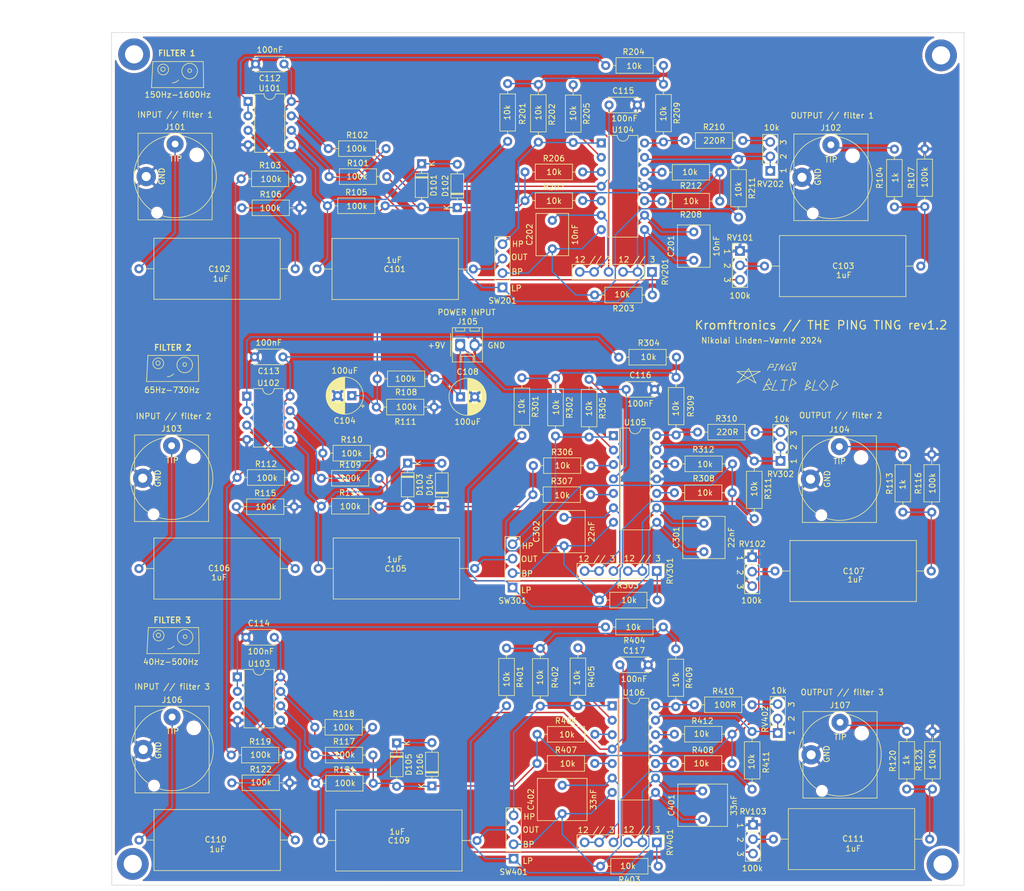
<source format=kicad_pcb>
(kicad_pcb (version 20240108) (generator "pcbnew") (generator_version "8.0")
  (title_block (title "The Ping Ting") (date "2024-09-07") (rev "1.2") (company "Kromftrnoics"))
  (layers (0 "F.Cu" signal) (31 "B.Cu" signal) (34 "B.Paste" user) (35 "F.Paste" user) (36 "B.SilkS" user "B.Silkscreen") (37 "F.SilkS" user "F.Silkscreen") (38 "B.Mask" user) (39 "F.Mask" user) (44 "Edge.Cuts" user))
  (net 0 "")
  (net 1 "GND")
  (net 2 "4.5V")
  (net 3 "+9V")
  (net 4 "/filter1/LP1")
  (net 5 "/filter1/BP1")
  (net 6 "/filter2/LP2")
  (net 7 "/filter2/BP2")
  (net 8 "/filter3/LP3")
  (net 9 "/filter3/BP3")
  (net 10 "/filter1/filter1Out")
  (net 11 "/filter2/filter2Out")
  (net 12 "/filter3/filter3Out")
  (net 13 "/filter1/HP1")
  (net 14 "/filter1/filter1In")
  (net 15 "/filter2/HP2")
  (net 16 "/filter2/filter2In")
  (net 17 "/filter3/HP3")
  (net 18 "/filter3/filter3In")
  (net 19 "Net-(D101-K)")
  (net 20 "Net-(U101A-+)")
  (net 21 "Net-(C102-Pad1)")
  (net 22 "Net-(C103-Pad1)")
  (net 23 "Net-(C103-Pad2)")
  (net 24 "Net-(D103-K)")
  (net 25 "Net-(C106-Pad1)")
  (net 26 "Net-(U102A-+)")
  (net 27 "Net-(C107-Pad2)")
  (net 28 "Net-(C107-Pad1)")
  (net 29 "Net-(D105-K)")
  (net 30 "Net-(C110-Pad1)")
  (net 31 "Net-(U103A-+)")
  (net 32 "Net-(C111-Pad2)")
  (net 33 "Net-(C111-Pad1)")
  (net 34 "Net-(U104C--)")
  (net 35 "Net-(U104B--)")
  (net 36 "Net-(U105C--)")
  (net 37 "Net-(U105B--)")
  (net 38 "Net-(U106C--)")
  (net 39 "Net-(U106B--)")
  (net 40 "Net-(J102-PadT)")
  (net 41 "Net-(J104-PadT)")
  (net 42 "Net-(J107-PadT)")
  (net 43 "Net-(U101B--)")
  (net 44 "Net-(R102-Pad1)")
  (net 45 "Net-(U102B--)")
  (net 46 "Net-(R110-Pad1)")
  (net 47 "Net-(U103B--)")
  (net 48 "Net-(R118-Pad1)")
  (net 49 "Net-(U104A--)")
  (net 50 "Net-(R203-Pad1)")
  (net 51 "Net-(R205-Pad1)")
  (net 52 "Net-(U104A-+)")
  (net 53 "Net-(U104B-+)")
  (net 54 "Net-(U104C-+)")
  (net 55 "Net-(R209-Pad2)")
  (net 56 "Net-(R210-Pad2)")
  (net 57 "Net-(U104D--)")
  (net 58 "Net-(U104D-+)")
  (net 59 "Net-(U105A--)")
  (net 60 "Net-(R303-Pad1)")
  (net 61 "Net-(R305-Pad1)")
  (net 62 "Net-(U105A-+)")
  (net 63 "Net-(U105B-+)")
  (net 64 "Net-(U105C-+)")
  (net 65 "Net-(R309-Pad2)")
  (net 66 "Net-(R310-Pad2)")
  (net 67 "Net-(U105D--)")
  (net 68 "Net-(U105D-+)")
  (net 69 "Net-(U106A--)")
  (net 70 "Net-(R403-Pad1)")
  (net 71 "Net-(R405-Pad1)")
  (net 72 "Net-(U106A-+)")
  (net 73 "Net-(U106B-+)")
  (net 74 "Net-(U106C-+)")
  (net 75 "Net-(R409-Pad2)")
  (net 76 "Net-(R410-Pad2)")
  (net 77 "Net-(U106D--)")
  (net 78 "Net-(U106D-+)")
  (footprint "Capacitor_THT:CP_Radial_D6.3mm_P2.50mm" (layer "F.Cu") (at 65.048 84.264 180)
    (property "Reference" "C104")
    (property "Value" "100uF")
  )
  (footprint "Capacitor_THT:CP_Radial_D6.3mm_P2.50mm" (layer "F.Cu") (at 84.178 84.464)
    (property "Reference" "C108")
    (property "Value" "100uF")
  )
  (footprint "Capacitor_THT:C_Disc_D5.0mm_W2.5mm_P5.00mm" (layer "F.Cu") (at 53.118 25.902 180)
    (property "Reference" "C112")
    (property "Value" "100nF")
  )
  (footprint "Capacitor_THT:C_Disc_D5.0mm_W2.5mm_P5.00mm" (layer "F.Cu") (at 52.928 77.442 180)
    (property "Reference" "C113")
    (property "Value" "100nF")
  )
  (footprint "Capacitor_THT:C_Disc_D5.0mm_W2.5mm_P5.00mm" (layer "F.Cu") (at 51.408 126.792 180)
    (property "Reference" "C114")
    (property "Value" "100nF")
  )
  (footprint "Capacitor_THT:C_Disc_D5.0mm_W2.5mm_P5.00mm" (layer "F.Cu") (at 110.312 33.116)
    (property "Reference" "C115")
    (property "Value" "100nF")
  )
  (footprint "Capacitor_THT:C_Disc_D5.0mm_W2.5mm_P5.00mm" (layer "F.Cu") (at 113.328 83.162)
    (property "Reference" "C116")
    (property "Value" "100nF")
  )
  (footprint "Capacitor_THT:C_Disc_D5.0mm_W2.5mm_P5.00mm" (layer "F.Cu") (at 112.208 131.622)
    (property "Reference" "C117")
    (property "Value" "100nF")
  )
  (footprint "Capacitor_THT:C_Rect_L7.2mm_W5.5mm_P5.00mm_FKS2_FKP2_MKS2_MKP2" (layer "F.Cu") (at 125.222 60.452 90)
    (property "Reference" "C201")
    (property "Value" "10nF")
  )
  (footprint "Capacitor_THT:C_Rect_L7.2mm_W5.5mm_P5.00mm_FKS2_FKP2_MKS2_MKP2" (layer "F.Cu") (at 100.33 58.42 90)
    (property "Reference" "C202")
    (property "Value" "10nF")
  )
  (footprint "Capacitor_THT:C_Rect_L7.2mm_W7.2mm_P5.00mm_FKS2_FKP2_MKS2_MKP2" (layer "F.Cu") (at 127 111.722 90)
    (property "Reference" "C301")
    (property "Value" "22nF")
  )
  (footprint "Capacitor_THT:C_Rect_L7.2mm_W7.2mm_P5.00mm_FKS2_FKP2_MKS2_MKP2" (layer "F.Cu") (at 102.388 110.682 90)
    (property "Reference" "C302")
    (property "Value" "22nF")
  )
  (footprint "Capacitor_THT:C_Rect_L7.2mm_W8.5mm_P5.00mm_FKP2_FKP2_MKS2_MKP2" (layer "F.Cu") (at 126.788 158.832 90)
    (property "Reference" "C401")
    (property "Value" "33nF")
  )
  (footprint "Capacitor_THT:C_Rect_L7.2mm_W8.5mm_P5.00mm_FKP2_FKP2_MKS2_MKP2" (layer "F.Cu") (at 102.068 157.822 90)
    (property "Reference" "C402")
    (property "Value" "33nF")
  )
  (footprint "Diode_THT:D_DO-35_SOD27_P7.62mm_Horizontal" (layer "F.Cu") (at 77.334 43.454 -90)
    (property "Reference" "D101")
    (property "Value" "1N4148")
  )
  (footprint "Diode_THT:D_DO-35_SOD27_P7.62mm_Horizontal" (layer "F.Cu") (at 83.614 51.164 90)
    (property "Reference" "D102")
    (property "Value" "1N4148")
  )
  (footprint "Diode_THT:D_DO-35_SOD27_P7.62mm_Horizontal" (layer "F.Cu") (at 74.878 96.132 -90)
    (property "Reference" "D103")
    (property "Value" "1N4148")
  )
  (footprint "Diode_THT:D_DO-35_SOD27_P7.62mm_Horizontal" (layer "F.Cu") (at 80.888 103.782 90)
    (property "Reference" "D104")
    (property "Value" "1N4148")
  )
  (footprint "Diode_THT:D_DO-35_SOD27_P7.62mm_Horizontal" (layer "F.Cu") (at 72.948 145.382 -90)
    (property "Reference" "D105")
    (property "Value" "1N4148")
  )
  (footprint "Diode_THT:D_DO-35_SOD27_P7.62mm_Horizontal" (layer "F.Cu") (at 79.148 152.942 90)
    (property "Reference" "D106")
    (property "Value" "1N4148")
  )
  (footprint "Connector_Molex:Molex_KK-254_AE-6410-02A_1x02_P2.54mm_Vertical" (layer "F.Cu") (at 84.118 75.344)
    (property "Reference" "J105")
    (property "Value" "Jack-DC")
  )
  (footprint "Resistor_THT:R_Axial_DIN0207_L6.3mm_D2.5mm_P10.16mm_Horizontal" (layer "F.Cu") (at 45.594 46.104)
    (property "Reference" "R103")
    (property "Value" "100k")
  )
  (footprint "Resistor_THT:R_Axial_DIN0207_L6.3mm_D2.5mm_P10.16mm_Horizontal" (layer "F.Cu") (at 160.528 40.894 -90)
    (property "Reference" "R104")
    (property "Value" "1k")
  )
  (footprint "Resistor_THT:R_Axial_DIN0207_L6.3mm_D2.5mm_P10.16mm_Horizontal" (layer "F.Cu") (at 60.764 50.854)
    (property "Reference" "R105")
    (property "Value" "100k")
  )
  (footprint "Resistor_THT:R_Axial_DIN0207_L6.3mm_D2.5mm_P10.16mm_Horizontal" (layer "F.Cu") (at 45.704 51.214)
    (property "Reference" "R106")
    (property "Value" "100k")
  )
  (footprint "Resistor_THT:R_Axial_DIN0207_L6.3mm_D2.5mm_P10.16mm_Horizontal" (layer "F.Cu") (at 165.862 50.994 90)
    (property "Reference" "R107")
    (property "Value" "100k")
  )
  (footprint "Resistor_THT:R_Axial_DIN0207_L6.3mm_D2.5mm_P10.16mm_Horizontal" (layer "F.Cu") (at 79.688 81.292 180)
    (property "Reference" "R108")
    (property "Value" "100k")
  )
  (footprint "Resistor_THT:R_Axial_DIN0207_L6.3mm_D2.5mm_P10.16mm_Horizontal" (layer "F.Cu") (at 69.368 86.262)
    (property "Reference" "R111")
    (property "Value" "100k")
  )
  (footprint "Resistor_THT:R_Axial_DIN0207_L6.3mm_D2.5mm_P10.16mm_Horizontal" (layer "F.Cu") (at 44.868 98.662)
    (property "Reference" "R112")
    (property "Value" "100k")
  )
  (footprint "Resistor_THT:R_Axial_DIN0207_L6.3mm_D2.5mm_P10.16mm_Horizontal" (layer "F.Cu") (at 162.008 94.602 -90)
    (property "Reference" "R113")
    (property "Value" "1k")
  )
  (footprint "Resistor_THT:R_Axial_DIN0207_L6.3mm_D2.5mm_P10.16mm_Horizontal" (layer "F.Cu") (at 59.688 103.722)
    (property "Reference" "R114")
    (property "Value" "100k")
  )
  (footprint "Resistor_THT:R_Axial_DIN0207_L6.3mm_D2.5mm_P10.16mm_Horizontal" (layer "F.Cu") (at 44.738 103.792)
    (property "Reference" "R115")
    (property "Value" "100k")
  )
  (footprint "Resistor_THT:R_Axial_DIN0207_L6.3mm_D2.5mm_P10.16mm_Horizontal" (layer "F.Cu") (at 167.098 104.762 90)
    (property "Reference" "R116")
    (property "Value" "100k")
  )
  (footprint "Resistor_THT:R_Axial_DIN0207_L6.3mm_D2.5mm_P10.16mm_Horizontal" (layer "F.Cu") (at 58.598 147.502)
    (property "Reference" "R117")
    (property "Value" "100k")
  )
  (footprint "Resistor_THT:R_Axial_DIN0207_L6.3mm_D2.5mm_P10.16mm_Horizontal" (layer "F.Cu") (at 162.698 143.332 -90)
    (property "Reference" "R120")
    (property "Value" "1k")
  )
  (footprint "Resistor_THT:R_Axial_DIN0207_L6.3mm_D2.5mm_P10.16mm_Horizontal" (layer "F.Cu") (at 58.668 152.472)
    (property "Reference" "R121")
    (property "Value" "100k")
  )
  (footprint "Resistor_THT:R_Axial_DIN0207_L6.3mm_D2.5mm_P10.16mm_Horizontal" (layer "F.Cu") (at 43.938 152.392)
    (property "Reference" "R122")
    (property "Value" "100k")
  )
  (footprint "Resistor_THT:R_Axial_DIN0207_L6.3mm_D2.5mm_P10.16mm_Horizontal" (layer "F.Cu") (at 167.218 153.492 90)
    (property "Reference" "R123")
    (property "Value" "100k")
  )
  (footprint "Resistor_THT:R_Axial_DIN0207_L6.3mm_D2.5mm_P10.16mm_Horizontal" (layer "F.Cu") (at 92.472 29.356 -90)
    (property "Reference" "R201")
    (property "Value" "10k")
  )
  (footprint "Resistor_THT:R_Axial_DIN0207_L6.3mm_D2.5mm_P10.16mm_Horizontal" (layer "F.Cu") (at 97.872 39.656 90)
    (property "Reference" "R202")
    (property "Value" "10k")
  )
  (footprint "Resistor_THT:R_Axial_DIN0207_L6.3mm_D2.5mm_P10.16mm_Horizontal" (layer "F.Cu") (at 117.932 66.548 180)
    (property "Reference" "R203")
    (property "Value" "10k")
  )
  (footprint "Resistor_THT:R_Axial_DIN0207_L6.3mm_D2.5mm_P10.16mm_Horizontal" (layer "F.Cu") (at 119.888 26.162 180)
    (property "Reference" "R204")
    (property "Value" "10k")
  )
  (footprint "Resistor_THT:R_Axial_DIN0207_L6.3mm_D2.5mm_P10.16mm_Horizontal" (layer "F.Cu") (at 104.002 29.556 -90)
    (property "Reference" "R205")
    (property "Value" "10k")
  )
  (footprint "Resistor_THT:R_Axial_DIN0207_L6.3mm_D2.5mm_P10.16mm_Horizontal" (layer "F.Cu") (at 95.522 44.896)
    (property "Reference" "R206")
    (property "Value" "10k")
  )
  (footprint "Resistor_THT:R_Axial_DIN0207_L6.3mm_D2.5mm_P10.16mm_Horizontal" (layer "F.Cu") (at 95.522 49.936)
    (property "Reference" "R207")
    (property "Value" "10k")
  )
  (footprint "Resistor_THT:R_Axial_DIN0207_L6.3mm_D2.5mm_P10.16mm_Horizontal" (layer "F.Cu") (at 129.794 50.038 180)
    (property "Reference" "R208")
    (property "Value" "10k")
  )
  (footprint "Resistor_THT:R_Axial_DIN0207_L6.3mm_D2.5mm_P10.16mm_Horizontal" (layer "F.Cu") (at 119.888 29.464 -90)
    (property "Reference" "R209")
    (property "Value" "10k")
  )
  (footprint "Resistor_THT:R_Axial_DIN0207_L6.3mm_D2.5mm_P10.16mm_Horizontal" (layer "F.Cu") (at 123.698 39.37)
    (property "Reference" "R210")
    (property "Value" "220R")
  )
  (footprint "Resistor_THT:R_Axial_DIN0207_L6.3mm_D2.5mm_P10.16mm_Horizontal" (layer "F.Cu") (at 133.096 42.672 -90)
    (property "Reference" "R211")
    (property "Value" "10k")
  )
  (footprint "Resistor_THT:R_Axial_DIN0207_L6.3mm_D2.5mm_P10.16mm_Horizontal" (layer "F.Cu") (at 129.794 44.958 180)
    (property "Reference" "R212")
    (property "Value" "10k")
  )
  (footprint "Resistor_THT:R_Axial_DIN0207_L6.3mm_D2.5mm_P10.16mm_Horizontal" (layer "F.Cu") (at 94.978 81.122 -90)
    (property "Reference" "R301")
    (property "Value" "10k")
  )
  (footprint "Resistor_THT:R_Axial_DIN0207_L6.3mm_D2.5mm_P10.16mm_Horizontal" (layer "F.Cu") (at 100.888 91.372 90)
    (property "Reference" "R302")
    (property "Value" "10k")
  )
  (footprint "Resistor_THT:R_Axial_DIN0207_L6.3mm_D2.5mm_P10.16mm_Horizontal" (layer "F.Cu") (at 118.788 120.232 180)
    (property "Reference" "R303")
    (property "Value" "10k")
  )
  (footprint "Resistor_THT:R_Axial_DIN0207_L6.3mm_D2.5mm_P10.16mm_Horizontal" (layer "F.Cu") (at 122.174 77.492 180)
    (property "Reference" "R304")
    (property "Value" "10k")
  )
  (footprint "Resistor_THT:R_Axial_DIN0207_L6.3mm_D2.5mm_P10.16mm_Horizontal" (layer "F.Cu") (at 106.798 81.382 -90)
    (property "Reference" "R305")
    (property "Value" "10k")
  )
  (footprint "Resistor_THT:R_Axial_DIN0207_L6.3mm_D2.5mm_P10.16mm_Horizontal" (layer "F.Cu") (at 96.988 96.572)
    (property "Reference" "R306")
    (property "Value" "10k")
  )
  (footprint "Resistor_THT:R_Axial_DIN0207_L6.3mm_D2.5mm_P10.16mm_Horizontal" (layer "F.Cu") (at 96.918 101.682)
    (property "Reference" "R307")
    (property "Value" "10k")
  )
  (footprint "Resistor_THT:R_Axial_DIN0207_L6.3mm_D2.5mm_P10.16mm_Horizontal" (layer "F.Cu") (at 131.978 101.346 180)
    (property "Reference" "R308")
    (property "Value" "10k")
  )
  (footprint "Resistor_THT:R_Axial_DIN0207_L6.3mm_D2.5mm_P10.16mm_Horizontal" (layer "F.Cu") (at 122.118 81.026 -90)
    (property "Reference" "R309")
    (property "Value" "10k")
  )
  (footprint "Resistor_THT:R_Axial_DIN0207_L6.3mm_D2.5mm_P10.16mm_Horizontal" (layer "F.Cu") (at 125.888 90.678)
    (property "Reference" "R310")
    (property "Value" "220R")
  )
  (footprint "Resistor_THT:R_Axial_DIN0207_L6.3mm_D2.5mm_P10.16mm_Horizontal" (layer "F.Cu") (at 135.868 95.758 -90)
    (property "Reference" "R311")
    (property "Value" "10k")
  )
  (footprint "Resistor_THT:R_Axial_DIN0207_L6.3mm_D2.5mm_P10.16mm_Horizontal" (layer "F.Cu") (at 132.038 96.266 180)
    (property "Reference" "R312")
    (property "Value" "10k")
  )
  (footprint "Resistor_THT:R_Axial_DIN0207_L6.3mm_D2.5mm_P10.16mm_Horizontal" (layer "F.Cu") (at 92.278 128.682 -90)
    (property "Reference" "R401")
    (property "Value" "10k")
  )
  (footprint "Resistor_THT:R_Axial_DIN0207_L6.3mm_D2.5mm_P10.16mm_Horizontal" (layer "F.Cu") (at 98.218 138.892 90)
    (property "Reference" "R402")
    (property "Value" "10k")
  )
  (footprint "Resistor_THT:R_Axial_DIN0207_L6.3mm_D2.5mm_P10.16mm_Horizontal" (layer "F.Cu") (at 118.968 167.062 180)
    (property "Reference" "R403")
    (property "Value" "10k")
  )
  (footprint "Resistor_THT:R_Axial_DIN0207_L6.3mm_D2.5mm_P10.16mm_Horizontal" (layer "F.Cu") (at 119.848 124.972 180)
    (property "Reference" "R404")
    (property "Value" "10k")
  )
  (footprint "Resistor_THT:R_Axial_DIN0207_L6.3mm_D2.5mm_P10.16mm_Horizontal" (layer "F.Cu") (at 104.838 128.642 -90)
    (property "Reference" "R405")
    (property "Value" "10k")
  )
  (footprint "Resistor_THT:R_Axial_DIN0207_L6.3mm_D2.5mm_P10.16mm_Horizontal" (layer "F.Cu") (at 97.658 143.852)
    (property "Reference" "R406")
    (property "Value" "10k")
  )
  (footprint "Resistor_THT:R_Axial_DIN0207_L6.3mm_D2.5mm_P10.16mm_Horizontal" (layer "F.Cu") (at 97.648 148.982)
    (property "Reference" "R407")
    (property "Value" "10k")
  )
  (footprint "Resistor_THT:R_Axial_DIN0207_L6.3mm_D2.5mm_P10.16mm_Horizontal" (layer "F.Cu") (at 131.958 148.992 180)
    (property "Reference" "R408")
    (property "Value" "10k")
  )
  (footprint "Resistor_THT:R_Axial_DIN0207_L6.3mm_D2.5mm_P10.16mm_Horizontal" (layer "F.Cu") (at 122.058 128.822 -90)
    (property "Reference" "R409")
    (property "Value" "10k")
  )
  (footprint "Resistor_THT:R_Axial_DIN0207_L6.3mm_D2.5mm_P10.16mm_Horizontal" (layer "F.Cu") (at 125.318 138.652)
    (property "Reference" "R410")
    (property "Value" "100R")
  )
  (footprint "Resistor_THT:R_Axial_DIN0207_L6.3mm_D2.5mm_P10.16mm_Horizontal" (layer "F.Cu") (at 135.488 143.352 -90)
    (property "Reference" "R411")
    (property "Value" "10k")
  )
  (footprint "Resistor_THT:R_Axial_DIN0207_L6.3mm_D2.5mm_P10.16mm_Horizontal" (layer "F.Cu") (at 131.968 143.832 180)
    (property "Reference" "R412")
    (property "Value" "10k")
  )
  (footprint "Connector_PinHeader_2.54mm:PinHeader_1x03_P2.54mm_Vertical" (layer "F.Cu") (at 133.35 58.794)
    (property "Reference" "RV101")
    (property "Value" "100k")
  )
  (footprint "Connector_PinHeader_2.54mm:PinHeader_1x03_P2.54mm_Vertical" (layer "F.Cu") (at 135.498 112.692)
    (property "Reference" "RV102")
    (property "Value" "100k")
  )
  (footprint "Connector_PinHeader_2.54mm:PinHeader_1x03_P2.54mm_Vertical" (layer "F.Cu") (at 135.648 159.772)
    (property "Reference" "RV103")
    (property "Value" "100k")
  )
  (footprint "Connector_PinHeader_2.54mm:PinHeader_1x06_P2.54mm_Vertical" (layer "F.Cu") (at 117.856 62.484 -90)
    (property "Reference" "RV201")
    (property "Value" "100k")
  )
  (footprint "Connector_PinHeader_2.54mm:PinHeader_1x03_P2.54mm_Vertical" (layer "F.Cu") (at 138.684 44.704 180)
    (property "Reference" "RV202")
    (property "Value" "10k")
  )
  (footprint "Connector_PinHeader_2.54mm:PinHeader_1x06_P2.54mm_Vertical" (layer "F.Cu") (at 118.708 115.122 -90)
    (property "Reference" "RV301")
    (property "Value" "100k")
  )
  (footprint "Connector_PinHeader_2.54mm:PinHeader_1x03_P2.54mm_Vertical" (layer "F.Cu") (at 140.488 95.742 180)
    (property "Reference" "RV302")
    (property "Value" "10k")
  )
  (footprint "Connector_PinHeader_2.54mm:PinHeader_1x06_P2.54mm_Vertical" (layer "F.Cu") (at 118.718 162.862 -90)
    (property "Reference" "RV401")
    (property "Value" "100k")
  )
  (footprint "Connector_PinHeader_2.54mm:PinHeader_1x03_P2.54mm_Vertical" (layer "F.Cu") (at 139.998 143.622 180)
    (property "Reference" "RV402")
    (property "Value" "10k")
  )
  (footprint "Connector_PinHeader_2.54mm:PinHeader_1x04_P2.54mm_Vertical" (layer "F.Cu") (at 91.568 65.224 180)
    (property "Reference" "SW201")
    (property "Value" "SW_SP3T")
  )
  (footprint "Connector_PinHeader_2.54mm:PinHeader_1x04_P2.54mm_Vertical" (layer "F.Cu") (at 93.338 118.022 180)
    (property "Reference" "SW301")
    (property "Value" "SW_SP3T")
  )
  (footprint "Connector_PinHeader_2.54mm:PinHeader_1x04_P2.54mm_Vertical" (layer "F.Cu") (at 93.528 165.742 180)
    (property "Reference" "SW401")
    (property "Value" "SW_SP3T")
  )
  (footprint "Package_DIP:DIP-8_W7.62mm" (layer "F.Cu") (at 46.794 32.494)
    (property "Reference" "U101")
    (property "Value" "LM358")
  )
  (footprint "Package_DIP:DIP-8_W7.62mm" (layer "F.Cu") (at 46.568 84.362)
    (property "Reference" "U102")
    (property "Value" "LM358")
  )
  (footprint "Package_DIP:DIP-8_W7.62mm" (layer "F.Cu") (at 44.908 133.762)
    (property "Reference" "U103")
    (property "Value" "LM358")
  )
  (footprint "Package_DIP:DIP-14_W7.62mm" (layer "F.Cu") (at 108.942 39.806)
    (property "Reference" "U104")
    (property "Value" "LM324")
  )
  (footprint "Package_DIP:DIP-14_W7.62mm" (layer "F.Cu") (at 111.088 91.302)
    (property "Reference" "U105")
    (property "Value" "LM324")
  )
  (footprint "Package_DIP:DIP-14_W7.62mm" (layer "F.Cu") (at 110.868 138.842)
    (property "Reference" "U106")
    (property "Value" "LM324")
  )
  (footprint "Capacitor_THT:C_Axial_L22.0mm_D10.5mm_P27.50mm_Horizontal" (layer "F.Cu") (at 86.428 61.976 180)
    (property "Reference" "C101")
    (property "Value" "1uF")
  )
  (footprint "Capacitor_THT:C_Axial_L22.0mm_D10.5mm_P27.50mm_Horizontal" (layer "F.Cu") (at 86.658 114.672 180)
    (property "Reference" "C105")
    (property "Value" "1uF")
  )
  (footprint "Capacitor_THT:C_Axial_L22.0mm_D10.5mm_P27.50mm_Horizontal" (layer "F.Cu") (at 87.078 162.542 180)
    (property "Reference" "C109")
    (property "Value" "1uF")
  )
  (footprint "Resistor_THT:R_Axial_DIN0207_L6.3mm_D2.5mm_P10.16mm_Horizontal" (layer "F.Cu") (at 61.048 45.712)
    (property "Reference" "R101")
    (property "Value" "100k")
  )
  (footprint "Resistor_THT:R_Axial_DIN0207_L6.3mm_D2.5mm_P10.16mm_Horizontal" (layer "F.Cu") (at 60.918 40.792)
    (property "Reference" "R102")
    (property "Value" "100k")
  )
  (footprint "Resistor_THT:R_Axial_DIN0207_L6.3mm_D2.5mm_P10.16mm_Horizontal" (layer "F.Cu") (at 59.688 98.792)
    (property "Reference" "R109")
    (property "Value" "100k")
  )
  (footprint "Resistor_THT:R_Axial_DIN0207_L6.3mm_D2.5mm_P10.16mm_Horizontal" (layer "F.Cu") (at 59.948 94.372)
    (property "Reference" "R110")
    (property "Value" "100k")
  )
  (footprint "Resistor_THT:R_Axial_DIN0207_L6.3mm_D2.5mm_P10.16mm_Horizontal" (layer "F.Cu") (at 58.538 142.612)
    (property "Reference" "R118")
    (property "Value" "100k")
  )
  (footprint "Resistor_THT:R_Axial_DIN0207_L6.3mm_D2.5mm_P10.16mm_Horizontal" (layer "F.Cu") (at 43.848 147.502)
    (property "Reference" "R119")
    (property "Value" "100k")
  )
  (footprint "Capacitor_THT:C_Axial_L22.0mm_D10.5mm_P27.50mm_Horizontal" (layer "F.Cu") (at 27.584 61.934)
    (property "Reference" "C102")
    (property "Value" "1uF")
  )
  (footprint "Capacitor_THT:C_Axial_L22.0mm_D10.5mm_P27.50mm_Horizontal" (layer "F.Cu") (at 137.668 61.468)
    (property "Reference" "C103")
    (property "Value" "1uF")
  )
  (footprint "Capacitor_THT:C_Axial_L22.0mm_D10.5mm_P27.50mm_Horizontal" (layer "F.Cu") (at 27.588 114.692)
    (property "Reference" "C106")
    (property "Value" "1uF")
  )
  (footprint "Capacitor_THT:C_Axial_L22.0mm_D10.5mm_P27.50mm_Horizontal" (layer "F.Cu") (at 139.518 115.122)
    (property "Reference" "C107")
    (property "Value" "1uF")
  )
  (footprint "Capacitor_THT:C_Axial_L22.0mm_D10.5mm_P27.50mm_Horizontal" (layer "F.Cu") (at 27.608 162.462)
    (property "Reference" "C110")
    (property "Value" "1uF")
  )
  (footprint "Capacitor_THT:C_Axial_L22.0mm_D10.5mm_P27.50mm_Horizontal" (layer "F.Cu") (at 139.228 162.302)
    (property "Reference" "C111")
    (property "Value" "1uF")
  )
  (footprint "Connector_Audio:Jack_6.35mm_Neutrik_NJ2FD-V_Vertical" (layer "F.Cu") (at 33.954 39.984)
    (property "Reference" "J101")
    (property "Value" "AudioJack2")
  )
  (footprint "Connector_Audio:Jack_6.35mm_Neutrik_NJ2FD-V_Vertical" (layer "F.Cu") (at 149.352 40.124)
    (property "Reference" "J102")
    (property "Value" "AudioJack2")
  )
  (footprint "Connector_Audio:Jack_6.35mm_Neutrik_NJ2FD-V_Vertical" (layer "F.Cu") (at 33.338 93.072)
    (property "Reference" "J103")
    (property "Value" "AudioJack2")
  )
  (footprint "Connector_Audio:Jack_6.35mm_Neutrik_NJ2FD-V_Vertical" (layer "F.Cu") (at 150.848 93.232)
    (property "Reference" "J104")
    (property "Value" "AudioJack2")
  )
  (footprint "Connector_Audio:Jack_6.35mm_Neutrik_NJ2FD-V_Vertical" (layer "F.Cu") (at 33.428 140.812)
    (property "Reference" "J106")
    (property "Value" "AudioJack2")
  )
  (footprint "Connector_Audio:Jack_6.35mm_Neutrik_NJ2FD-V_Vertical" (layer "F.Cu") (at 150.958 141.742)
    (property "Reference" "J107")
    (property "Value" "AudioJack2")
  )
  (footprint "MountingHole:MountingHole_3.2mm_M3_DIN965_Pad" (layer "F.Cu") (at 26.738 24.202)
    (property "Reference" "REF**" (hide yes))
    (property "Value" "MountingHole_3.2mm_M3_DIN965_Pad")
  )
  (footprint "MountingHole:MountingHole_3.2mm_M3_DIN965_Pad" (layer "F.Cu") (at 168.728 24.382)
    (property "Reference" "REF**" (hide yes))
    (property "Value" "MountingHole_3.2mm_M3_DIN965_Pad")
  )
  (footprint "MountingHole:MountingHole_3.2mm_M3_DIN965_Pad" (layer "F.Cu") (at 169.008 166.742)
    (property "Reference" "REF**" (hide yes))
    (property "Value" "MountingHole_3.2mm_M3_DIN965_Pad")
  )
  (footprint "MountingHole:MountingHole_3.2mm_M3_DIN965_Pad" (layer "F.Cu") (at 26.508 166.662)
    (property "Reference" "REF**" (hide yes))
    (property "Value" "MountingHole_3.2mm_M3_DIN965_Pad")
  )
  (gr_circle (center 30.948 78.532) (end 31.078 78.882) (stroke (width 0.12)) (fill none) (layer "F.SilkS"))
  (gr_circle (center 35.648 78.782) (end 35.438 78.532) (stroke (width 0.12)) (fill none) (layer "F.SilkS"))
  (gr_arc (start 33.688075 80.442068) (mid 33.190121 80.80398) (end 32.588 80.932) (stroke (width 0.12)) (layer "F.SilkS"))
  (gr_circle (center 35.648 78.859715) (end 36.738 79.692) (stroke (width 0.12)) (fill none) (layer "F.SilkS"))
  (gr_circle (center 30.988 78.580686) (end 31.718 79.190686) (stroke (width 0.12)) (fill none) (layer "F.SilkS"))
  (gr_line (start 28.928 81.772) (end 29.178 77.192) (stroke (width 0.12)) (layer "F.SilkS"))
  (gr_line (start 38.108 81.772) (end 28.928 81.772) (stroke (width 0.12)) (layer "F.SilkS"))
  (gr_line (start 38.028 77.182) (end 38.108 81.772) (stroke (width 0.12)) (layer "F.SilkS"))
  (gr_line (start 29.178 77.182) (end 38.028 77.182) (stroke (width 0.12)) (layer "F.SilkS"))
  (gr_circle (center 31.818 26.822) (end 31.948 27.172) (stroke (width 0.12)) (fill none) (layer "F.SilkS"))
  (gr_circle (center 36.518 27.072) (end 36.308 26.822) (stroke (width 0.12)) (fill none) (layer "F.SilkS"))
  (gr_arc (start 34.558075 28.732068) (mid 34.060121 29.09398) (end 33.458 29.222) (stroke (width 0.12)) (layer "F.SilkS"))
  (gr_circle (center 36.518 27.149715) (end 37.608 27.982) (stroke (width 0.12)) (fill none) (layer "F.SilkS"))
  (gr_circle (center 31.858 26.870686) (end 32.588 27.480686) (stroke (width 0.12)) (fill none) (layer "F.SilkS"))
  (gr_line (start 29.798 30.062) (end 30.048 25.482) (stroke (width 0.12)) (layer "F.SilkS"))
  (gr_line (start 38.978 30.062) (end 29.798 30.062) (stroke (width 0.12)) (layer "F.SilkS"))
  (gr_line (start 38.898 25.472) (end 38.978 30.062) (stroke (width 0.12)) (layer "F.SilkS"))
  (gr_line (start 30.048 25.472) (end 38.898 25.472) (stroke (width 0.12)) (layer "F.SilkS"))
  (gr_line (start 136.906 80.01) (end 132.842 82.042) (stroke (width 0.12)) (layer "F.SilkS"))
  (gr_line (start 140.716 79.756) (end 140.716 78.74) (stroke (width 0.12)) (layer "F.SilkS"))
  (gr_line (start 142.748 79.502) (end 142.748 79.756) (stroke (width 0.12)) (layer "F.SilkS"))
  (gr_line (start 143.002 79.248) (end 142.748 79.248) (stroke (width 0.12)) (layer "F.SilkS"))
  (gr_line (start 145.796 82.042) (end 145.288 81.534) (stroke (width 0.12)) (layer "F.SilkS"))
  (gr_line (start 148.844 82.55) (end 148.082 83.312) (stroke (width 0.12)) (layer "F.SilkS"))
  (gr_line (start 138.938 83.312) (end 139.954 83.312) (stroke (width 0.12)) (layer "F.SilkS"))
  (gr_line (start 143.256 82.042) (end 142.24 82.55) (stroke (width 0.12)) (layer "F.SilkS"))
  (gr_line (start 140.716 79.756) (end 141.224 78.74) (stroke (width 0.12)) (layer "F.SilkS"))
  (gr_line (start 144.78 83.312) (end 145.796 82.804) (stroke (width 0.12)) (layer "F.SilkS"))
  (gr_line (start 143.002 79.756) (end 143.002 79.502) (stroke (width 0.12)) (layer "F.SilkS"))
  (gr_line (start 146.558 81.534) (end 146.05 83.312) (stroke (width 0.12)) (layer "F.SilkS"))
  (gr_line (start 143.256 78.486) (end 143.002 79.248) (stroke (width 0.12)) (layer "F.SilkS"))
  (gr_line (start 145.288 81.534) (end 144.78 83.312) (stroke (width 0.12)) (layer "F.SilkS"))
  (gr_line (start 139.7 78.74) (end 140.208 78.74) (stroke (width 0.12)) (layer "F.SilkS"))
  (gr_line (start 137.922 82.296) (end 138.938 82.296) (stroke (width 0.12)) (layer "F.SilkS"))
  (gr_line (start 138.938 82.296) (end 138.43 81.28) (stroke (width 0.12)) (layer "F.SilkS"))
  (gr_line (start 134.874 79.502) (end 136.144 82.042) (stroke (width 0.12)) (layer "F.SilkS"))
  (gr_line (start 139.192 79.248) (end 138.43 79.248) (stroke (width 0.12)) (layer "F.SilkS"))
  (gr_line (start 147.32 82.55) (end 148.082 81.534) (stroke (width 0.12)) (layer "F.SilkS"))
  (gr_line (start 38.178 129.662) (end 28.998 129.662) (stroke (width 0.12)) (layer "F.SilkS"))
  (gr_line (start 142.748 79.756) (end 143.002 79.756) (stroke (width 0.12)) (layer "F.SilkS"))
  (gr_line (start 141.478 79.756) (end 142.24 79.756) (stroke (width 0.12)) (layer "F.SilkS"))
  (gr_line (start 138.43 81.28) (end 137.414 83.312) (stroke (width 0.12)) (layer "F.SilkS"))
  (gr_line (start 149.86 81.534) (end 149.352 83.312) (stroke (width 0.12)) (layer "F.SilkS"))
  (gr_line (start 140.97 83.312) (end 141.224 81.534) (stroke (width 0.12)) (layer "F.SilkS"))
  (gr_line (start 146.05 83.312) (end 147.066 83.312) (stroke (width 0.12)) (layer "F.SilkS"))
  (gr_line (start 143.002 79.502) (end 142.748 79.502) (stroke (width 0.12)) (layer "F.SilkS"))
  (gr_line (start 148.082 81.534) (end 148.844 82.55) (stroke (width 0.12)) (layer "F.SilkS"))
  (gr_line (start 145.796 82.804) (end 145.034 82.55) (stroke (width 0.12)) (layer "F.SilkS"))
  (gr_line (start 148.082 83.312) (end 147.32 82.55) (stroke (width 0.12)) (layer "F.SilkS"))
  (gr_circle (center 31.018 126.422) (end 31.148 126.772) (stroke (width 0.12)) (fill none) (layer "F.SilkS"))
  (gr_line (start 139.7 81.534) (end 138.938 83.312) (stroke (width 0.12)) (layer "F.SilkS"))
  (gr_line (start 141.986 78.74) (end 141.478 79.248) (stroke (width 0.12)) (layer "F.SilkS"))
  (gr_line (start 142.748 79.248) (end 142.494 78.486) (stroke (width 0.12)) (layer "F.SilkS"))
  (gr_line (start 142.494 81.28) (end 143.256 82.042) (stroke (width 0.12)) (layer "F.SilkS"))
  (gr_line (start 141.478 79.248) (end 141.478 79.756) (stroke (width 0.12)) (layer "F.SilkS"))
  (gr_line (start 139.192 78.74) (end 139.192 79.248) (stroke (width 0.12)) (layer "F.SilkS"))
  (gr_line (start 142.24 79.756) (end 142.24 79.248) (stroke (width 0.12)) (layer "F.SilkS"))
  (gr_line (start 137.414 83.312) (end 138.684 83.058) (stroke (width 0.12)) (layer "F.SilkS"))
  (gr_line (start 140.462 83.312) (end 141.224 83.312) (stroke (width 0.12)) (layer "F.SilkS"))
  (gr_line (start 132.842 80.01) (end 136.906 80.01) (stroke (width 0.12)) (layer "F.SilkS"))
  (gr_line (start 29.248 125.072) (end 38.098 125.072) (stroke (width 0.12)) (layer "F.SilkS"))
  (gr_line (start 140.208 79.756) (end 140.716 78.74) (stroke (width 0.12)) (layer "F.SilkS"))
  (gr_line (start 141.224 81.534) (end 140.716 81.534) (stroke (width 0.12)) (layer "F.SilkS"))
  (gr_circle (center 35.718 126.672) (end 35.508 126.422) (stroke (width 0.12)) (fill none) (layer "F.SilkS"))
  (gr_line (start 145.034 82.55) (end 145.796 82.042) (stroke (width 0.12)) (layer "F.SilkS"))
  (gr_line (start 28.998 129.662) (end 29.248 125.082) (stroke (width 0.12)) (layer "F.SilkS"))
  (gr_line (start 142.494 78.486) (end 143.256 78.486) (stroke (width 0.12)) (layer "F.SilkS"))
  (gr_line (start 138.176 79.756) (end 138.684 78.74) (stroke (width 0.12)) (layer "F.SilkS"))
  (gr_line (start 132.842 82.042) (end 134.874 79.502) (stroke (width 0.12)) (layer "F.SilkS"))
  (gr_circle (center 31.058 126.470686) (end 31.788 127.080686) (stroke (width 0.12)) (fill none) (layer "F.SilkS"))
  (gr_circle (center 35.718 126.749715) (end 36.808 127.582) (stroke (width 0.12)) (fill none) (layer "F.SilkS"))
  (gr_arc (start 33.758075 128.332068) (mid 33.260121 128.69398) (end 32.658 128.822) (stroke (width 0.12)) (layer "F.SilkS"))
  (gr_line (start 142.24 79.248) (end 141.986 79.248) (stroke (width 0.12)) (layer "F.SilkS"))
  (gr_line (start 38.098 125.072) (end 38.178 129.662) (stroke (width 0.12)) (layer "F.SilkS"))
  (gr_line (start 139.446 79.756) (end 139.954 78.74) (stroke (width 0.12)) (layer "F.SilkS"))
  (gr_line (start 138.684 83.058) (end 137.922 82.296) (stroke (width 0.12)) (layer "F.SilkS"))
  (gr_line (start 141.986 83.312) (end 142.494 81.28) (stroke (width 0.12)) (layer "F.SilkS"))
  (gr_line (start 136.144 82.042) (end 132.842 80.01) (stroke (width 0.12)) (layer "F.SilkS"))
  (gr_line (start 138.684 78.74) (end 139.192 78.74) (stroke (width 0.12)) (layer "F.SilkS"))
  (gr_line (start 150.622 82.296) (end 149.606 82.804) (stroke (width 0.12)) (layer "F.SilkS"))
  (gr_line (start 149.86 81.534) (end 150.622 82.296) (stroke (width 0.12)) (layer "F.SilkS"))
  (gr_line (start 140.716 81.534) (end 141.732 81.534) (stroke (width 0.12)) (layer "F.SilkS"))
  (gr_line (start 139.192 79.756) (end 139.7 79.756) (stroke (width 0.12)) (layer "F.SilkS"))
  (gr_line (start 22.808 170.392) (end 22.768 20.362) (stroke (width 0.1)) (layer "Edge.Cuts"))
  (gr_line (start 172.788 170.412) (end 22.808 170.392) (stroke (width 0.1)) (layer "Edge.Cuts"))
  (gr_line (start 172.778 20.372) (end 172.788 170.412) (stroke (width 0.1)) (layer "Edge.Cuts"))
  (gr_line (start 22.768 20.362) (end 172.778 20.372) (stroke (width 0.1)) (layer "Edge.Cuts"))
  (gr_text "65Hz-730Hz" (at 33.388 83.272 0) (layer "F.SilkS") (effects (font (size 1 1))))
  (gr_text "FILTER 2\n" (at 33.548 75.802 0) (layer "F.SilkS") (effects (font (size 1 1) (thickness 0.2))))
  (gr_text "150Hz-1600Hz" (at 34.408 31.312 0) (layer "F.SilkS") (effects (font (size 1 1))))
  (gr_text "FILTER 1" (at 34.258 24.002 0) (layer "F.SilkS") (effects (font (size 1 1) (thickness 0.2))))
  (gr_text "GND" (at 30.918 98.822 90) (layer "F.SilkS") (effects (font (size 1 1))))
  (gr_text "GND" (at 31.618 45.662 90) (layer "F.SilkS") (effects (font (size 1 1))))
  (gr_text "TIP" (at 33.458 95.632 0) (layer "F.SilkS") (effects (font (size 1 1))))
  (gr_text "TIP" (at 34.078 42.562 0) (layer "F.SilkS") (effects (font (size 1 1))))
  (gr_text "GND" (at 148.598 147.322 90) (layer "F.SilkS") (effects (font (size 1 1))))
  (gr_text "GND" (at 148.708 98.932 90) (layer "F.SilkS") (effects (font (size 1 1))))
  (gr_text "GND" (at 147.078 45.762 90) (layer "F.SilkS") (effects (font (size 1 1))))
  (gr_text "TIP" (at 151.018 144.352 0) (layer "F.SilkS") (effects (font (size 1 1))))
  (gr_text "TIP" (at 150.868 95.822 0) (layer "F.SilkS") (effects (font (size 1 1))))
  (gr_text "TIP" (at 149.388 42.722 0) (layer "F.SilkS") (effects (font (size 1 1))))
  (gr_text "INPUT // filter 2" (at 33.688 87.882 0) (layer "F.SilkS") (effects (font (size 1 1))))
  (gr_text "INPUT // filter 1" (at 33.948 34.832 0) (layer "F.SilkS") (effects (font (size 1 1))))
  (gr_text "OUTPUT // filter 3" (at 151.338 136.462 0) (layer "F.SilkS") (effects (font (size 1 1))))
  (gr_text "OUTPUT // filter 2" (at 151.078 87.732 0) (layer "F.SilkS") (effects (font (size 1 1))))
  (gr_text "OUTPUT // filter 1" (at 149.598 34.972 0) (layer "F.SilkS") (effects (font (size 1 1))))
  (gr_text "12 // 3" (at 108.158 112.972 0) (layer "F.SilkS") (effects (font (size 1 1))))
  (gr_text "12 // 3" (at 108.048 160.702 0) (layer "F.SilkS") (effects (font (size 1 1))))
  (gr_text "12 // 3" (at 116.078 160.622 0) (layer "F.SilkS") (effects (font (size 1 1))))
  (gr_text "12 // 3" (at 107.498 60.312 0) (layer "F.SilkS") (effects (font (size 1 1))))
  (gr_text "12 // 3" (at 115.198 60.312 0) (layer "F.SilkS") (effects (font (size 1 1))))
  (gr_text "1  2  3" (at 133.348 115.362 -90) (layer "F.SilkS") (effects (font (size 1 1))))
  (gr_text "1  2  3" (at 133.378 162.402 -90) (layer "F.SilkS") (effects (font (size 1 1))))
  (gr_text "BP" (at 95.898 115.582 0) (layer "F.SilkS") (effects (font (size 1 1))))
  (gr_text "LP" (at 95.748 118.492 0) (layer "F.SilkS") (effects (font (size 1 1))))
  (gr_text "HP" (at 96.008 110.712 0) (layer "F.SilkS") (effects (font (size 1 1))))
  (gr_text "OUT" (at 96.268 113.012 0) (layer "F.SilkS") (effects (font (size 1 1))))
  (gr_text "OUT" (at 94.528 59.892 0) (layer "F.SilkS") (effects (font (size 1 1))))
  (gr_text "BP" (at 94.158 62.462 0) (layer "F.SilkS") (effects (font (size 1 1))))
  (gr_text "HP" (at 94.268 57.592 0) (layer "F.SilkS") (effects (font (size 1 1))))
  (gr_text "LP" (at 94.008 65.372 0) (layer "F.SilkS") (effects (font (size 1 1))))
  (gr_text "1  2  3" (at 141.008 42.162 90) (layer "F.SilkS") (effects (font (size 1 1))))
  (gr_text "1  2  3" (at 142.808 93.322 90) (layer "F.SilkS") (effects (font (size 1 1))))
  (gr_text "1  2  3" (at 142.418 141.072 90) (layer "F.SilkS") (effects (font (size 1 1))))
  (gr_text "10k" (at 140.716 88.392 0) (layer "F.SilkS") (effects (font (size 1 1))))
  (gr_text "10k" (at 140.208 136.144 0) (layer "F.SilkS") (effects (font (size 1 1))))
  (gr_text "OUT" (at 96.538 160.652 0) (layer "F.SilkS") (effects (font (size 1 1))))
  (gr_text "12 // 3" (at 116.178 112.902 0) (layer "F.SilkS") (effects (font (size 1 1))))
  (gr_text "10k" (at 138.938 37.084 0) (layer "F.SilkS") (effects (font (size 1 1))))
  (gr_text "1  2  3" (at 131.098 61.402 -90) (layer "F.SilkS") (effects (font (size 1 1))))
  (gr_text "Kromftronics // THE PING TING rev1.2\n" (at 147.616 71.858 0) (layer "F.SilkS") (effects (font (size 1.5 1.5) (thickness 0.2))))
  (gr_text "BP" (at 96.168 163.222 0) (layer "F.SilkS") (effects (font (size 1 1))))
  (gr_text "FILTER 3" (at 33.448 123.762 0) (layer "F.SilkS") (effects (font (size 1 1) (thickness 0.2))))
  (gr_text "POWER INPUT" (at 85.248 69.602 0) (layer "F.SilkS") (effects (font (size 1 1))))
  (gr_text "INPUT // filter 3" (at 33.438 135.482 0) (layer "F.SilkS") (effects (font (size 1 1))))
  (gr_text "TIP" (at 33.518 143.282 0) (layer "F.SilkS") (effects (font (size 1 1))))
  (gr_text "40Hz-500Hz" (at 33.198 131.102 0) (layer "F.SilkS") (effects (font (size 1 1))))
  (gr_text "LP" (at 96.018 166.132 0) (layer "F.SilkS") (effects (font (size 1 1))))
  (gr_text "GND" (at 90.478 75.422 0) (layer "F.SilkS") (effects (font (size 1 1))))
  (gr_text "HP" (at 96.278 158.352 0) (layer "F.SilkS") (effects (font (size 1 1))))
  (gr_text "Nikolai Linden-Vørnle 2024" (at 137.16 74.558 0) (layer "F.SilkS") (effects (font (size 1 1))))
  (gr_text "GND" (at 30.988 146.672 90) (layer "F.SilkS") (effects (font (size 1 1))))
  (gr_text "+9V" (at 79.928 75.422 0) (layer "F.SilkS") (effects (font (size 1 1))))
  (segment (start 115.312 46.176) (end 116.562 47.426) (width 0.25) (layer "B.Cu") (net 1))
  (segment (start 115.312 33.116) (end 115.312 46.176) (width 0.25) (layer "B.Cu") (net 1))
  (segment (start 69.528 81.292) (end 69.528 52.25) (width 0.25) (layer "F.Cu") (net 2))
  (segment (start 94.818 103.782) (end 96.918 101.682) (width 0.25) (layer "F.Cu") (net 2))
  (segment (start 68.828 152.472) (end 68.828 147.572) (width 0.25) (layer "F.Cu") (net 2))
  (segment (start 76.57 51.074) (end 77.334 51.074) (width 0.25) (layer "F.Cu") (net 2))
  (segment (start 136.673001 108.388003) (end 131.978 103.693002) (width 0.25) (layer "F.Cu") (net 2))
  (segment (start 71.233001 100.216999) (end 71.233001 88.127001) (width 0.25) (layer "F.Cu") (net 2))
  (segment (start 69.848 103.722) (end 71.233001 102.336999) (width 0.25) (layer "F.Cu") (net 2))
  (segment (start 69.528 52.25) (end 70.924 50.854) (width 0.25) (layer "F.Cu") (net 2))
  (segment (start 136.673001 139.126999) (end 136.673001 108.388003) (width 0.25) (layer "F.Cu") (net 2))
  (segment (start 131.978 103.693002) (end 131.978 101.346) (width 0.25) (layer "F.Cu") (net 2))
  (segment (start 94.294 51.164) (end 95.522 49.936) (width 0.25) (layer "F.Cu") (net 2))
  (segment (start 131.968 143.832) (end 136.673001 139.126999) (width 0.25) (layer "F.Cu") (net 2))
  (segment (start 68.828 147.572) (end 68.758 147.502) (width 0.25) (layer "F.Cu") (net 2))
  (segment (start 80.888 103.782) (end 94.818 103.782) (width 0.25) (layer "F.Cu") (net 2))
  (segment (start 69.848 98.792) (end 71.233001 100.177001) (width 0.25) (layer "F.Cu") (net 2))
  (segment (start 71.208 45.712) (end 76.57 51.074) (width 0.25) (layer "F.Cu") (net 2))
  (segment (start 83.614 51.164) (end 94.294 51.164) (width 0.25) (layer "F.Cu") (net 2))
  (segment (start 93.688 152.942) (end 97.648 148.982) (width 0.25) (layer "F.Cu") (net 2))
  (segment (start 71.233001 88.127001) (end 69.368 86.262) (width 0.25) (layer "F.Cu") (net 2))
  (segment (start 71.233001 102.336999) (end 71.233001 100.216999) (width 0.25) (layer "F.Cu") (net 2))
  (segment (start 71.233001 100.177001) (end 71.233001 100.216999) (width 0.25) (layer "F.Cu") (net 2))
  (segment (start 79.148 152.942) (end 93.688 152.942) (width 0.25) (layer "F.Cu") (net 2))
  (segment (start 92.773999 111.577001) (end 92.162999 110.966001) (width 0.25) (layer "B.Cu") (net 2))
  (segment (start 96.918 96.642) (end 96.988 96.572) (width 0.25) (layer "B.Cu") (net 2))
  (segment (start 126.200999 48.551001) (end 96.906999 48.551001) (width 0.25) (layer "B.Cu") (net 2))
  (segment (start 131.958 148.992) (end 131.958 143.842) (width 0.25) (layer "B.Cu") (net 2))
  (segment (start 69.848 103.722) (end 74.848 103.722) (width 0.25) (layer "B.Cu") (net 2))
  (segment (start 68.828 152.472) (end 72.418 152.472) (width 0.25) (layer "B.Cu") (net 2))
  (segment (start 96.906999 48.551001) (end 95.522 49.936) (width 0.25) (layer "B.Cu") (net 2))
  (segment (start 77.424 51.164) (end 77.334 51.074) (width 0.25) (layer "B.Cu") (net 2))
  (segment (start 97.648 143.862) (end 97.658 143.852) (width 0.25) (layer "B.Cu") (net 2))
  (segment (start 129.794 44.958) (end 126.200999 48.551001) (width 0.25) (layer "B.Cu") (net 2))
  (segment (start 97.648 148.982) (end 97.648 143.862) (width 0.25) (layer "B.Cu") (net 2))
  (segment (start 65.048 84.264) (end 67.37 84.264) (width 0.25) (layer "B.Cu") (net 2))
  (segment (start 67.37 84.264) (end 69.368 86.262) (width 0.25) (layer "B.Cu") (net 2))
  (segment (start 95.522 49.936) (end 95.522 44.896) (width 0.25) (layer "B.Cu") (net 2))
  (segment (start 131.978 96.326) (end 132.038 96.266) (width 0.25) (layer "B.Cu") (net 2))
  (segment (start 72.948 153.002) (end 79.088 153.002) (width 0.25) (layer "B.Cu") (net 2))
  (segment (start 128.256999 100.047001) (end 105.432001 100.047001) (width 0.25) (layer "B.Cu") (net 2))
  (segment (start 80.888 103.782) (end 74.908 103.782) (width 0.25) (layer "B.Cu") (net 2))
  (segment (start 74.908 103.782) (end 74.878 103.752) (width 0.25) (layer "B.Cu") (net 2))
  (segment (start 131.958 143.842) (end 131.968 143.832) (width 0.25) (layer "B.Cu") (net 2))
  (segment (start 72.418 152.472) (end 72.948 153.002) (width 0.25) (layer "B.Cu") (net 2))
  (segment (start 74.848 103.722) (end 74.878 103.752) (width 0.25) (layer "B.Cu") (net 2))
  (segment (start 92.162999 106.437001) (end 96.918 101.682) (width 0.25) (layer "B.Cu") (net 2))
  (segment (start 131.978 101.346) (end 131.978 96.326) (width 0.25) (layer "B.Cu") (net 2))
  (segment (start 69.528 81.292) (end 69.528 86.102) (width 0.25) (layer "B.Cu") (net 2))
  (segment (start 105.432001 100.047001) (end 93.902001 111.577001) (width 0.25) (layer "B.Cu") (net 2))
  (segment (start 83.614 51.164) (end 77.424 51.164) (width 0.25) (layer "B.Cu") (net 2))
  (segment (start 101.393001 147.587001) (end 97.658 143.852) (width 0.25) (layer "B.Cu") (net 2))
  (segment (start 92.162999 110.966001) (end 92.162999 106.437001) (width 0.25) (layer "B.Cu") (net 2))
  (segment (start 69.528 86.102) (end 69.368 86.262) (width 0.25) (layer "B.Cu") (net 2))
  (segment (start 77.114 50.854) (end 77.334 51.074) (width 0.25) (layer "B.Cu") (net 2))
  (segment (start 128.212999 147.587001) (end 101.393001 147.587001) (width 0.25) (layer "B.Cu") (net 2))
  (segment (start 70.924 50.854) (end 77.114 50.854) (width 0.25) (layer "B.Cu") (net 2))
  (segment (start 132.038 96.266) (end 128.256999 100.047001) (width 0.25) (layer "B.Cu") (net 2))
  (segment (start 79.088 153.002) (end 79.148 152.942) (width 0.25) (layer "B.Cu") (net 2))
  (segment (start 96.918 101.682) (end 96.918 96.642) (width 0.25) (layer "B.Cu") (net 2))
  (segment (start 129.794 44.958) (end 129.794 50.038) (width 0.25) (layer "B.Cu") (net 2))
  (segment (start 93.902001 111.577001) (end 92.773999 111.577001) (width 0.25) (layer "B.Cu") (net 2))
  (segment (start 131.968 143.832) (end 128.212999 147.587001) (width 0.25) (layer "B.Cu") (net 2))
  (segment (start 74.587002 47.426) (end 59.655002 32.494) (width 0.25) (layer "F.Cu") (net 3))
  (segment (start 44.868 98.662) (end 53.062999 90.467001) (width 0.25) (layer "F.Cu") (net 3))
  (segment (start 52.528 133.762) (end 58.783001 140.017001) (width 0.25) (layer "F.Cu") (net 3))
  (segment (start 53.288999 33.619001) (end 54.414 32.494) (width 0.25) (layer "F.Cu") (net 3))
  (segment (start 59.655002 32.494) (end 54.414 32.494) (width 0.25) (layer "F.Cu") (net 3))
  (segment (start 53.288999 38.409001) (end 53.288999 33.619001) (width 0.25) (layer "F.Cu") (net 3))
  (segment (start 43.848 147.502) (end 51.402999 139.947001) (width 0.25) (layer "F.Cu") (net 3))
  (segment (start 108.942 47.426) (end 74.587002 47.426) (width 0.25) (layer "F.Cu") (net 3))
  (segment (start 51.402999 139.947001) (end 51.402999 134.887001) (width 0.25) (layer "F.Cu") (net 3))
  (segment (start 51.402999 134.887001) (end 52.528 133.762) (width 0.25) (layer "F.Cu") (net 3))
  (segment (start 45.594 46.104) (end 53.288999 38.409001) (width 0.25) (layer "F.Cu") (net 3))
  (segment (start 53.062999 85.487001) (end 54.188 84.362) (width 0.25) (layer "F.Cu") (net 3))
  (segment (start 108.762998 146.462) (end 110.868 146.462) (width 0.25) (layer "F.Cu") (net 3))
  (segment (start 53.062999 90.467001) (end 53.062999 85.487001) (width 0.25) (layer "F.Cu") (net 3))
  (segment (start 102.317999 140.017001) (end 108.762998 146.462) (width 0.25) (layer "F.Cu") (net 3))
  (segment (start 58.783001 140.017001) (end 102.317999 140.017001) (width 0.25) (layer "F.Cu") (net 3))
  (segment (start 112.778 144.552) (end 112.778 132.192) (width 0.25) (layer "B.Cu") (net 3))
  (segment (start 45.594 46.104) (end 44.578999 47.119001) (width 0.25) (layer "B.Cu") (net 3))
  (segment (start 54.188 84.362) (end 54.188 78.702) (width 0.25) (layer "B.Cu") (net 3))
  (segment (start 54.414 32.494) (end 54.414 27.198) (width 0.25) (layer "B.Cu") (net 3))
  (segment (start 43.048001 146.702001) (end 43.048001 100.481999) (width 0.25) (layer "B.Cu") (net 3))
  (segment (start 113.328 96.682) (end 111.088 98.922) (width 0.25) (layer "B.Cu") (net 3))
  (segment (start 113.328 83.162) (end 91.936 83.162) (width 0.25) (layer "B.Cu") (net 3))
  (segment (start 52.528 133.762) (end 52.528 127.912) (width 0.25) (layer "B.Cu") (net 3))
  (segment (start 110.868 146.462) (end 112.778 144.552) (width 0.25) (layer "B.Cu") (net 3))
  (segment (start 43.048001 100.481999) (end 44.868 98.662) (width 0.25) (layer "B.Cu") (net 3))
  (segment (start 91.936 83.162) (end 84.118 75.344) (width 0.25) (layer "B.Cu") (net 3))
  (segment (start 84.118 84.404) (end 84.178 84.464) (width 0.25) (layer "B.Cu") (net 3))
  (segment (start 84.118 75.344) (end 84.118 84.404) (width 0.25) (layer "B.Cu") (net 3))
  (segment (start 112.778 132.192) (end 112.208 131.622) (width 0.25) (layer "B.Cu") (net 3))
  (segment (start 79.688 81.292) (end 75.838 77.442) (width 0.25) (layer "B.Cu") (net 3))
  (segment (start 113.328 83.162) (end 113.328 96.682) (width 0.25) (layer "B.Cu") (net 3))
  (segment (start 44.578999 98.372999) (end 44.868 98.662) (width 0.25) (layer "B.Cu") (net 3))
  (segment (start 110.312 33.116) (end 110.312 46.056) (width 0.25) (layer "B.Cu") (net 3))
  (segment (start 54.414 27.198) (end 53.118 25.902) (width 0.25) (layer "B.Cu") (net 3))
  (segment (start 81.006 81.292) (end 84.178 84.464) (width 0.25) (layer "B.Cu") (net 3))
  (segment (start 75.838 77.442) (end 52.928 77.442) (width 0.25) (layer "B.Cu") (net 3))
  (segment (start 54.188 78.702) (end 52.928 77.442) (width 0.25) (layer "B.Cu") (net 3))
  (segment (start 44.578999 47.119001) (end 44.578999 98.372999) (width 0.25) (layer "B.Cu") (net 3))
  (segment (start 110.312 46.056) (end 108.942 47.426) (width 0.25) (layer "B.Cu") (net 3))
  (segment (start 52.528 127.912) (end 51.408 126.792) (width 0.25) (layer "B.Cu") (net 3))
  (segment (start 43.848 147.502) (end 43.048001 146.702001) (width 0.25) (layer "B.Cu") (net 3))
  (segment (start 79.688 81.292) (end 81.006 81.292) (width 0.25) (layer "B.Cu") (net 3))
  (segment (start 88.010998 65.224) (end 85.302999 62.516001) (width 0.25) (layer "B.Cu") (net 4))
  (segment (start 125.222 60.452) (end 121.968 60.452) (width 0.25) (layer "B.Cu") (net 4))
  (segment (start 121.968 60.452) (end 116.562 55.046) (width 0.25) (layer "B.Cu") (net 4))
  (segment (start 85.302999 46.685001) (end 92.472 39.516) (width 0.25) (layer "B.Cu") (net 4))
  (segment (start 85.302999 62.516001) (end 85.302999 46.685001) (width 0.25) (layer "B.Cu") (net 4))
  (segment (start 94.017001 67.673001) (end 91.568 65.224) (width 0.25) (layer "B.Cu") (net 4))
  (segment (start 91.568 65.224) (end 88.010998 65.224) (width 0.25) (layer "B.Cu") (net 4))
  (segment (start 111.866001 67.673001) (end 94.017001 67.673001) (width 0.25) (layer "B.Cu") (net 4))
  (segment (start 116.562 55.046) (end 116.562 62.977002) (width 0.25) (layer "B.Cu") (net 4))
  (segment (start 116.562 62.977002) (end 111.866001 67.673001) (width 0.25) (layer "B.Cu") (net 4))
  (segment (start 111.411001 55.991997) (end 111.411001 64.040369) (width 0.25) (layer "B.Cu") (net 5))
  (segment (start 91.568 62.684) (end 96.066 62.684) (width 0.25) (layer "B.Cu") (net 5))
  (segment (start 96.066 62.684) (end 100.33 58.42) (width 0.25) (layer "B.Cu") (net 5))
  (segment (start 104.444 66.548) (end 100.33 62.434) (width 0.25) (layer "B.Cu") (net 5))
  (segment (start 100.33 58.42) (end 105.568 58.42) (width 0.25) (layer "B.Cu") (net 5))
  (segment (start 107.772 66.548) (end 104.444 66.548) (width 0.25) (layer "B.Cu") (net 5))
  (segment (start 100.33 62.434) (end 100.33 58.42) (width 0.25) (layer "B.Cu") (net 5))
  (segment (start 133.096 52.832) (end 131.644999 51.380999) (width 0.25) (layer "B.Cu") (net 5))
  (segment (start 105.568 58.42) (end 108.942 55.046) (width 0.25) (layer "B.Cu") (net 5))
  (segment (start 111.411001 64.040369) (end 108.90337 66.548) (width 0.25) (layer "B.Cu") (net 5))
  (segment (start 108.90337 66.548) (end 107.772 66.548) (width 0.25) (layer "B.Cu") (net 5))
  (segment (start 116.021999 51.380999) (end 111.411001 55.991997) (width 0.25) (layer "B.Cu") (net 5))
  (segment (start 131.644999 51.380999) (end 116.021999 51.380999) (width 0.25) (layer "B.Cu") (net 5))
  (segment (start 111.672001 121.357001) (end 96.673001 121.357001) (width 0.25) (layer "B.Cu") (net 6))
  (segment (start 85.532999 100.727001) (end 94.978 91.282) (width 0.25) (layer "B.Cu") (net 6))
  (segment (start 87.167997 116.846999) (end 85.532999 115.212001) (width 0.25) (layer "B.Cu") (net 6))
  (segment (start 117.343001 107.906999) (end 117.343001 115.686001) (width 0.25) (layer "B.Cu") (net 6))
  (segment (start 118.708 106.542) (end 117.343001 107.906999) (width 0.25) (layer "B.Cu") (net 6))
  (segment (start 117.343001 115.686001) (end 111.672001 121.357001) (width 0.25) (layer "B.Cu") (net 6))
  (segment (start 85.532999 115.212001) (end 85.532999 100.727001) (width 0.25) (layer "B.Cu") (net 6))
  (segment (start 92.162999 116.846999) (end 87.167997 116.846999) (width 0.25) (layer "B.Cu") (net 6))
  (segment (start 127 111.722) (end 123.888 111.722) (width 0.25) (layer "B.Cu") (net 6))
  (segment (start 123.888 111.722) (end 118.708 106.542) (width 0.25) (layer "B.Cu") (net 6))
  (segment (start 96.673001 121.357001) (end 93.338 118.022) (width 0.25) (layer "B.Cu") (net 6))
  (segment (start 93.338 118.022) (end 92.162999 116.846999) (width 0.25) (layer "B.Cu") (net 6))
  (segment (start 100.948 110.682) (end 96.148 115.482) (width 0.25) (layer "B.Cu") (net 7))
  (segment (start 112.663011 114.347987) (end 112.263001 114.747997) (width 0.25) (layer "B.Cu") (net 7))
  (segment (start 132.826999 102.876999) (end 117.653001 102.876999) (width 0.25) (layer "B.Cu") (net 7))
  (segment (start 102.388 113.992) (end 102.388 110.682) (width 0.25) (layer "B.Cu") (net 7))
  (segment (start 108.628 120.232) (end 102.388 113.992) (width 0.25) (layer "B.Cu") (net 7))
  (segment (start 96.148 115.482) (end 93.338 115.482) (width 0.25) (layer "B.Cu") (net 7))
  (segment (start 112.263001 114.747997) (end 112.263001 116.596999) (width 0.25) (layer "B.Cu") (net 7))
  (segment (start 102.388 110.682) (end 100.948 110.682) (width 0.25) (layer "B.Cu") (net 7))
  (segment (start 112.663011 107.866989) (end 112.663011 114.347987) (width 0.25) (layer "B.Cu") (net 7))
  (segment (start 102.388 110.682) (end 106.948 110.682) (width 0.25) (layer "B.Cu") (net 7))
  (segment (start 135.868 105.918) (end 132.826999 102.876999) (width 0.25) (layer "B.Cu") (net 7))
  (segment (start 106.948 110.682) (end 111.088 106.542) (width 0.25) (layer "B.Cu") (net 7))
  (segment (start 117.653001 102.876999) (end 112.663011 107.866989) (width 0.25) (layer "B.Cu") (net 7))
  (segment (start 112.263001 116.596999) (end 108.628 120.232) (width 0.25) (layer "B.Cu") (net 7))
  (segment (start 112.592001 168.187001) (end 95.973001 168.187001) (width 0.25) (layer "B.Cu") (net 8))
  (segment (start 117.353001 155.216999) (end 117.353001 163.426001) (width 0.25) (layer "B.Cu") (net 8))
  (segment (start 123.238 158.832) (end 126.788 158.832) (width 0.25) (layer "B.Cu") (net 8))
  (segment (start 92.278 138.842) (end 85.952999 145.167001) (width 0.25) (layer "B.Cu") (net 8))
  (segment (start 85.952999 145.167001) (end 85.952999 163.082001) (width 0.25) (layer "B.Cu") (net 8))
  (segment (start 85.952999 163.082001) (end 88.612998 165.742) (width 0.25) (layer "B.Cu") (net 8))
  (segment (start 118.488 154.082) (end 123.238 158.832) (width 0.25) (layer "B.Cu") (net 8))
  (segment (start 118.488 154.082) (end 117.353001 155.216999) (width 0.25) (layer "B.Cu") (net 8))
  (segment (start 117.353001 163.426001) (end 112.592001 168.187001) (width 0.25) (layer "B.Cu") (net 8))
  (segment (start 88.612998 165.742) (end 93.528 165.742) (width 0.25) (layer "B.Cu") (net 8))
  (segment (start 95.973001 168.187001) (end 93.528 165.742) (width 0.25) (layer "B.Cu") (net 8))
  (segment (start 132.392999 150.416999) (end 117.353001 150.416999) (width 0.25) (layer "B.Cu") (net 9))
  (segment (start 96.688 163.202) (end 102.068 157.822) (width 0.25) (layer "B.Cu") (net 9))
  (segment (start 102.068 161.45337) (end 102.068 157.822) (width 0.25) (layer "B.Cu") (net 9))
  (segment (start 108.808 167.062) (end 107.67663 167.062) (width 0.25) (layer "B.Cu") (net 9))
  (segment (start 112.443011 163.426989) (end 108.808 167.062) (width 0.25) (layer "B.Cu") (net 9))
  (segment (start 102.068 157.822) (end 107.128 157.822) (width 0.25) (layer "B.Cu") (net 9))
  (segment (start 93.528 163.202) (end 96.688 163.202) (width 0.25) (layer "B.Cu") (net 9))
  (segment (start 112.443011 155.326989) (end 112.443011 163.426989) (width 0.25) (layer "B.Cu") (net 9))
  (segment (start 107.128 157.822) (end 110.868 154.082) (width 0.25) (layer "B.Cu") (net 9))
  (segment (start 135.488 153.512) (end 132.392999 150.416999) (width 0.25) (layer "B.Cu") (net 9))
  (segment (start 107.67663 167.062) (end 102.068 161.45337) (width 0.25) (layer "B.Cu") (net 9))
  (segment (start 117.353001 150.416999) (end 112.443011 155.326989) (width 0.25) (layer "B.Cu") (net 9))
  (segment (start 89.736 61.976) (end 91.568 60.144) (width 0.25) (layer "B.Cu") (net 10))
  (segment (start 86.428 61.976) (end 89.736 61.976) (width 0.25) (layer "B.Cu") (net 10))
  (segment (start 86.658 114.672) (end 88.208 113.122) (width 0.25) (layer "B.Cu") (net 11))
  (segment (start 93.158 113.122) (end 93.338 112.942) (width 0.25) (layer "B.Cu") (net 11))
  (segment (start 88.208 113.122) (end 93.158 113.122) (width 0.25) (layer "B.Cu") (net 11))
  (segment (start 93.528 160.662) (end 88.958 160.662) (width 0.25) (layer "B.Cu") (net 12))
  (segment (start 88.958 160.662) (end 87.078 162.542) (width 0.25) (layer "B.Cu") (net 12))
  (segment (start 104.002 39.716) (end 97.932 39.716) (width 0.25) (layer "B.Cu") (net 13))
  (segment (start 108.942 39.806) (end 104.092 39.806) (width 0.25) (layer "B.Cu") (net 13))
  (segment (start 94.396999 54.775001) (end 91.568 57.604) (width 0.25) (layer "B.Cu") (net 13))
  (segment (start 97.872 39.656) (end 94.396999 43.131001) (width 0.25) (layer "B.Cu") (net 13))
  (segment (start 94.396999 43.131001) (end 94.396999 54.775001) (width 0.25) (layer "B.Cu") (net 13))
  (segment (start 104.092 39.806) (end 104.002 39.716) (width 0.25) (layer "B.Cu") (net 13))
  (segment (start 97.932 39.716) (end 97.872 39.656) (width 0.25) (layer "B.Cu") (net 13))
  (segment (start 108.342999 24.776999) (end 46.283001 24.776999) (width 0.25) (layer "B.Cu") (net 14))
  (segment (start 46.794 35.034) (end 46.794 32.494) (width 0.25) (layer "B.Cu") (net 14))
  (segment (start 46.283001 24.776999) (end 45.508 25.552) (width 0.25) (layer "B.Cu") (net 14))
  (segment (start 45.508 25.552) (end 45.508 31.208) (width 0.25) (layer "B.Cu") (net 14))
  (segment (start 109.728 26.162) (end 108.342999 24.776999) (width 0.25) (layer "B.Cu") (net 14))
  (segment (start 45.508 31.208) (end 46.794 32.494) (width 0.25) (layer "B.Cu") (net 14))
  (segment (start 100.888 102.852) (end 100.888 91.372) (width 0.25) (layer "B.Cu") (net 15))
  (segment (start 106.798 91.542) (end 110.848 91.542) (width 0.25) (layer "B.Cu") (net 15))
  (segment (start 110.848 91.542) (end 111.088 91.302) (width 0.25) (layer "B.Cu") (net 15))
  (segment (start 93.338 110.402) (end 100.888 102.852) (width 0.25) (layer "B.Cu") (net 15))
  (segment (start 101.058 91.542) (end 100.888 91.372) (width 0.25) (layer "B.Cu") (net 15))
  (segment (start 106.798 91.542) (end 101.058 91.542) (width 0.25) (layer "B.Cu") (net 15))
  (segment (start 47.23601 73.92399) (end 46.568 74.592) (width 0.25) (layer "B.Cu") (net 16))
  (segment (start 46.568 74.592) (end 46.568 84.362) (width 0.25) (layer "B.Cu") (net 16))
  (segment (start 112.014 77.492) (end 108.44599 73.92399) (width 0.25) (layer "B.Cu") (net 16))
  (segment (start 108.44599 73.92399) (end 47.23601 73.92399) (width 0.25) (layer "B.Cu") (net 16))
  (segment (start 46.568 86.902) (end 46.568 84.362) (width 0.25) (layer "B.Cu") (net 16))
  (segment (start 93.528 143.582) (end 98.218 138.892) (width 0.25) (layer "B.Cu") (net 17))
  (segment (start 93.528 158.122) (end 93.528 143.582) (width 0.25) (layer "B.Cu") (net 17))
  (segment (start 110.828 138.802) (end 110.868 138.842) (width 0.25) (layer "B.Cu") (net 17))
  (segment (start 104.838 138.802) (end 110.828 138.802) (width 0.25) (layer "B.Cu") (net 17))
  (segment (start 104.838 138.802) (end 98.308 138.802) (width 0.25) (layer "B.Cu") (net 17))
  (segment (start 98.308 138.802) (end 98.218 138.892) (width 0.25) (layer "B.Cu") (net 17))
  (segment (start 44.908 126.626998) (end 46.562998 124.972) (width 0.25) (layer "B.Cu") (net 18))
  (segment (start 44.908 133.762) (end 44.908 126.626998) (width 0.25) (layer "B.Cu") (net 18))
  (segment (start 46.562998 124.972) (end 109.688 124.972) (width 0.25) (layer "B.Cu") (net 18))
  (segment (start 44.908 136.302) (end 44.908 133.762) (width 0.25) (layer "B.Cu") (net 18))
  (segment (start 83.524 43.454) (end 83.614 43.544) (width 0.25) (layer "B.Cu") (net 19))
  (segment (start 60.764 50.854) (end 58.668 48.758) (width 0.25) (layer "B.Cu") (net 19))
  (segment (start 58.668 48.758) (end 58.668 44.368) (width 0.25) (layer "B.Cu") (net 19))
  (segment (start 60.764 50.854) (end 61.889001 49.728999) (width 0.25) (layer "B.Cu") (net 19))
  (segment (start 61.889001 49.728999) (end 71.059001 49.728999) (width 0.25) (layer "B.Cu") (net 19))
  (segment (start 77.334 43.454) (end 83.524 43.454) (width 0.25) (layer "B.Cu") (net 19))
  (segment (start 58.668 44.368) (end 54.414 40.114) (width 0.25) (layer "B.Cu") (net 19))
  (segment (start 60.764 50.854) (end 60.764 60.14) (width 0.25) (layer "B.Cu") (net 19))
  (segment (start 71.059001 49.728999) (end 77.334 43.454) (width 0.25) (layer "B.Cu") (net 19))
  (segment (start 60.764 60.14) (end 58.928 61.976) (width 0.25) (layer "B.Cu") (net 19))
  (segment (start 50.644 51.218) (end 50.644 51.214) (width 0.25) (layer "B.Cu") (net 20))
  (segment (start 55.084 55.658) (end 50.644 51.218) (width 0.25) (layer "B.Cu") (net 20))
  (segment (start 55.324 46.104) (end 55.754 46.104) (width 0.25) (layer "B.Cu") (net 20))
  (segment (start 46.794 37.574) (end 55.324 46.104) (width 0.25) (layer "B.Cu") (net 20))
  (segment (start 45.704 51.214) (end 50.644 51.214) (width 0.25) (layer "B.Cu") (net 20))
  (segment (start 55.084 61.934) (end 55.084 55.658) (width 0.25) (layer "B.Cu") (net 20))
  (segment (start 50.644 51.214) (end 55.754 46.104) (width 0.25) (layer "B.Cu") (net 20))
  (segment (start 33.954 39.984) (end 33.954 55.564) (width 0.25) (layer "B.Cu") (net 21))
  (segment (start 33.954 55.564) (end 27.584 61.934) (width 0.25) (layer "B.Cu") (net 21))
  (segment (start 137.668 61.468) (end 133.484 61.468) (width 0.25) (layer "B.Cu") (net 22))
  (segment (start 133.484 61.468) (end 133.35 61.334) (width 0.25) (layer "B.Cu") (net 22))
  (segment (start 165.862 60.774) (end 165.168 61.468) (width 0.25) (layer "B.Cu") (net 23))
  (segment (start 165.802 51.054) (end 165.862 50.994) (width 0.25) (layer "B.Cu") (net 23))
  (segment (start 165.862 50.994) (end 165.862 60.774) (width 0.25) (layer "B.Cu") (net 23))
  (segment (start 160.528 51.054) (end 165.802 51.054) (width 0.25) (layer "B.Cu") (net 23))
  (segment (start 54.748 91.982) (end 54.188 91.982) (width 0.25) (layer "B.Cu") (net 24))
  (segment (start 59.688 103.722) (end 57.348 101.382) (width 0.25) (layer "B.Cu") (net 24))
  (segment (start 74.878 96.132) (end 80.858 96.132) (width 0.25) (layer "B.Cu") (net 24))
  (segment (start 62.228 101.182) (end 69.828 101.182) (width 0.25) (layer "B.Cu") (net 24))
  (segment (start 57.348 101.382) (end 57.348 94.582) (width 0.25) (layer "B.Cu") (net 24))
  (segment (start 69.828 101.182) (end 74.878 96.132) (width 0.25) (layer "B.Cu") (net 24))
  (segment (start 80.858 96.132) (end 80.888 96.162) (width 0.25) (layer "B.Cu") (net 24))
  (segment (start 59.688 103.722) (end 62.228 101.182) (width 0.25) (layer "B.Cu") (net 24))
  (segment (start 59.158 114.672) (end 59.158 104.252) (width 0.25) (layer "B.Cu") (net 24))
  (segment (start 59.158 104.252) (end 59.688 103.722) (width 0.25) (layer "B.Cu") (net 24))
  (segment (start 57.348 94.582) (end 54.748 91.982) (width 0.25) (layer "B.Cu") (net 24))
  (segment (start 33.338 93.072) (end 33.338 108.942) (width 0.25) (layer "B.Cu") (net 25))
  (segment (start 33.338 108.942) (end 27.588 114.692) (width 0.25) (layer "B.Cu") (net 25))
  (segment (start 55.028 97.902) (end 55.028 98.662) (width 0.25) (layer "B.Cu") (net 26))
  (segment (start 55.088 114.692) (end 44.738 104.342) (width 0.25) (layer "B.Cu") (net 26))
  (segment (start 44.738 103.792) (end 49.898 103.792) (width 0.25) (layer "B.Cu") (net 26))
  (segment (start 46.568 89.442) (end 55.028 97.902) (width 0.25) (layer "B.Cu") (net 26))
  (segment (start 49.898 103.792) (end 55.028 98.662) (width 0.25) (layer "B.Cu") (net 26))
  (segment (start 44.738 104.342) (end 44.738 103.792) (width 0.25) (layer "B.Cu") (net 26))
  (segment (start 162.008 104.762) (end 167.098 104.762) (width 0.25) (layer "B.Cu") (net 27))
  (segment (start 167.018 115.122) (end 167.018 104.842) (width 0.25) (layer "B.Cu") (net 27))
  (segment (start 167.018 104.842) (end 167.098 104.762) (width 0.25) (layer "B.Cu") (net 27))
  (segment (start 135.498 115.232) (end 139.408 115.232) (width 0.25) (layer "B.Cu") (net 28))
  (segment (start 139.408 115.232) (end 139.518 115.122) (width 0.25) (layer "B.Cu") (net 28))
  (segment (start 59.578 162.542) (end 59.578 153.382) (width 0.25) (layer "B.Cu") (net 29))
  (segment (start 60.648 150.492) (end 58.668 152.472) (width 0.25) (layer "B.Cu") (net 29))
  (segment (start 72.948 145.382) (end 72.948 147.602) (width 0.25) (layer "B.Cu") (net 29))
  (segment (start 52.528 141.382) (end 55.938 144.792) (width 0.25) (layer "B.Cu") (net 29))
  (segment (start 55.938 144.792) (end 55.938 149.742) (width 0.25) (layer "B.Cu") (net 29))
  (segment (start 70.058 150.492) (end 60.648 150.492) (width 0.25) (layer "B.Cu") (net 29))
  (segment (start 79.148 145.322) (end 73.008 145.322) (width 0.25) (layer "B.Cu") (net 29))
  (segment (start 72.948 147.602) (end 70.058 150.492) (width 0.25) (layer "B.Cu") (net 29))
  (segment (start 73.008 145.322) (end 72.948 145.382) (width 0.25) (layer "B.Cu") (net 29))
  (segment (start 55.938 149.742) (end 58.668 152.472) (width 0.25) (layer "B.Cu") (net 29))
  (segment (start 59.578 153.382) (end 58.668 152.472) (width 0.25) (layer "B.Cu") (net 29))
  (segment (start 27.608 162.462) (end 33.428 156.642) (width 0.25) (layer "B.Cu") (net 30))
  (segment (start 33.428 156.642) (end 33.428 140.812) (width 0.25) (layer "B.Cu") (net 30))
  (segment (start 54.008 147.502) (end 45.348 138.842) (width 0.25) (layer "B.Cu") (net 31))
  (segment (start 55.108 162.462) (end 45.038 152.392) (width 0.25) (layer "B.Cu") (net 31))
  (segment (start 49.118 152.392) (end 54.008 147.502) (width 0.25) (layer "B.Cu") (net 31))
  (segment (start 43.938 152.392) (end 49.118 152.392) (width 0.25) (layer "B.Cu") (net 31))
  (segment (start 45.348 138.842) (end 44.908 138.842) (width 0.25) (layer "B.Cu") (net 31))
  (segment (start 45.038 152.392) (end 43.938 152.392) (width 0.25) (layer "B.Cu") (net 31))
  (segment (start 166.728 162.302) (end 166.728 153.982) (width 0.25) (layer "B.Cu") (net 32))
  (segment (start 167.218 153.492) (end 162.698 153.492) (width 0.25) (layer "B.Cu") (net 32))
  (segment (start 166.728 153.982) (end 167.218 153.492) (width 0.25) (layer "B.Cu") (net 32))
  (segment (start 139.218 162.312) (end 139.228 162.302) (width 0.25) (layer "B.Cu") (net 33))
  (segment (start 135.648 162.312) (end 139.218 162.312) (width 0.25) (layer "B.Cu") (net 33))
  (segment (start 115.316 53.752) (end 116.562 52.506) (width 0.25) (layer "B.Cu") (net 34))
  (segment (start 115.316 62.484) (end 115.316 53.752) (width 0.25) (layer "B.Cu") (net 34))
  (segment (start 119.508 55.452) (end 116.562 52.506) (width 0.25) (layer "B.Cu") (net 34))
  (segment (start 125.222 55.452) (end 119.508 55.452) (width 0.25) (layer "B.Cu") (net 34))
  (segment (start 112.776 62.484) (end 115.316 62.484) (width 0.25) (layer "B.Cu") (net 34))
  (segment (start 108.942 52.506) (end 101.244 52.506) (width 0.25) (layer "B.Cu") (net 35))
  (segment (start 101.244 52.506) (end 100.33 53.42) (width 0.25) (layer "B.Cu") (net 35))
  (segment (start 110.067001 60.112999) (end 107.696 62.484) (width 0.25) (layer "B.Cu") (net 35))
  (segment (start 108.942 52.506) (end 110.067001 53.631001) (width 0.25) (layer "B.Cu") (net 35))
  (segment (start 110.067001 53.631001) (end 110.067001 60.112999) (width 0.25) (layer "B.Cu") (net 35))
  (segment (start 107.696 62.484) (end 105.156 62.484) (width 0.25) (layer "B.Cu") (net 35))
  (segment (start 121.428 106.722) (end 118.708 104.002) (width 0.25) (layer "B.Cu") (net 36))
  (segment (start 116.168 106.542) (end 118.708 104.002) (width 0.25) (layer "B.Cu") (net 36))
  (segment (start 127 106.722) (end 121.428 106.722) (width 0.25) (layer "B.Cu") (net 36))
  (segment (start 116.168 115.122) (end 116.168 106.542) (width 0.25) (layer "B.Cu") (net 36))
  (segment (start 113.628 115.122) (end 116.168 115.122) (width 0.25) (layer "B.Cu") (net 36))
  (segment (start 109.408 105.682) (end 111.088 104.002) (width 0.25) (layer "B.Cu") (net 37))
  (segment (start 112.213001 111.456999) (end 112.213001 105.127001) (width 0.25) (layer "B.Cu") (net 37))
  (segment (start 108.548 115.122) (end 112.213001 111.456999) (width 0.25) (layer "B.Cu") (net 37))
  (segment (start 102.388 105.682) (end 109.408 105.682) (width 0.25) (layer "B.Cu") (net 37))
  (segment (start 108.548 115.122) (end 106.008 115.122) (width 0.25) (layer "B.Cu") (net 37))
  (segment (start 112.213001 105.127001) (end 111.088 104.002) (width 0.25) (layer "B.Cu") (net 37))
  (segment (start 126.788 153.832) (end 120.778 153.832) (width 0.25) (layer "B.Cu") (net 38))
  (segment (start 113.638 162.862) (end 116.178 162.862) (width 0.25) (layer "B.Cu") (net 38))
  (segment (start 116.178 153.852) (end 118.488 151.542) (width 0.25) (layer "B.Cu") (net 38))
  (segment (start 120.778 153.832) (end 118.488 151.542) (width 0.25) (layer "B.Cu") (net 38))
  (segment (start 116.178 162.862) (end 116.178 153.852) (width 0.25) (layer "B.Cu") (net 38))
  (segment (start 106.018 162.862) (end 108.558 162.862) (width 0.25) (layer "B.Cu") (net 39))
  (segment (start 102.068 152.822) (end 109.588 152.822) (width 0.25) (layer "B.Cu") (net 39))
  (segment (start 109.588 152.822) (end 110.868 151.542) (width 0.25) (layer "B.Cu") (net 39))
  (segment (start 111.993001 159.426999) (end 111.993001 152.667001) (width 0.25) (layer "B.Cu") (net 39))
  (segment (start 108.558 162.862) (end 111.993001 159.426999) (width 0.25) (layer "B.Cu") (net 39))
  (segment (start 111.993001 152.667001) (end 110.868 151.542) (width 0.25) (layer "B.Cu") (net 39))
  (segment (start 160.292999 40.658999) (end 149.886999 40.658999) (width 0.25) (layer "B.Cu") (net 40))
  (segment (start 160.528 40.894) (end 160.292999 40.658999) (width 0.25) (layer "B.Cu") (net 40))
  (segment (start 149.886999 40.658999) (end 149.352 40.124) (width 0.25) (layer "B.Cu") (net 40))
  (segment (start 160.638 93.232) (end 150.848 93.232) (width 0.25) (layer "B.Cu") (net 41))
  (segment (start 162.008 94.602) (end 160.638 93.232) (width 0.25) (layer "B.Cu") (net 41))
  (segment (start 151.492999 142.276999) (end 150.958 141.742) (width 0.25) (layer "B.Cu") (net 42))
  (segment (start 161.642999 142.276999) (end 151.492999 142.276999) (width 0.25) (layer "B.Cu") (net 42))
  (segment (start 162.698 143.332) (end 161.642999 142.276999) (width 0.25) (layer "B.Cu") (net 42))
  (segment (start 61.048 45.712) (end 61.048 44.208) (width 0.25) (layer "B.Cu") (net 43))
  (segment (start 66.058 45.812) (end 61.148 45.812) (width 0.25) (layer "B.Cu") (net 43))
  (segment (start 71.078 40.792) (end 66.058 45.812) (width 0.25) (layer "B.Cu") (net 43))
  (segment (start 61.048 44.208) (end 54.414 37.574) (width 0.25) (layer "B.Cu") (net 43))
  (segment (start 61.148 45.812) (end 61.048 45.712) (width 0.25) (layer "B.Cu") (net 43))
  (segment (start 133.35 63.874) (end 85.609002 63.874) (width 0.25) (layer "F.Cu") (net 44))
  (segment (start 62.527002 40.792) (end 60.918 40.792) (width 0.25) (layer "F.Cu") (net 44))
  (segment (start 85.609002 63.874) (end 62.527002 40.792) (width 0.25) (layer "F.Cu") (net 44))
  (segment (start 55.16 35.034) (end 54.414 35.034) (width 0.25) (layer "B.Cu") (net 44))
  (segment (start 60.918 40.792) (end 55.16 35.034) (width 0.25) (layer "B.Cu") (net 44))
  (segment (start 58.822999 97.926999) (end 58.822999 94.076999) (width 0.25) (layer "B.Cu") (net 45))
  (segment (start 65.688 98.792) (end 70.108 94.372) (width 0.25) (layer "B.Cu") (net 45))
  (segment (start 59.688 98.792) (end 58.822999 97.926999) (width 0.25) (layer "B.Cu") (net 45))
  (segment (start 58.822999 94.076999) (end 54.188 89.442) (width 0.25) (layer "B.Cu") (net 45))
  (segment (start 59.688 98.792) (end 65.688 98.792) (width 0.25) (layer "B.Cu") (net 45))
  (segment (start 59.948 95.487002) (end 59.948 94.372) (width 0.25) (layer "F.Cu") (net 46))
  (segment (start 81.307997 116.846999) (end 59.948 95.487002) (width 0.25) (layer "F.Cu") (net 46))
  (segment (start 135.498 117.772) (end 134.572999 116.846999) (width 0.25) (layer "F.Cu") (net 46))
  (segment (start 134.572999 116.846999) (end 81.307997 116.846999) (width 0.25) (layer "F.Cu") (net 46))
  (segment (start 59.948 92.662) (end 54.188 86.902) (width 0.25) (layer "B.Cu") (net 46))
  (segment (start 59.948 94.372) (end 59.948 92.662) (width 0.25) (layer "B.Cu") (net 46))
  (segment (start 68.698 142.612) (end 63.728 147.582) (width 0.25) (layer "B.Cu") (net 47))
  (segment (start 58.678 147.582) (end 58.598 147.502) (width 0.25) (layer "B.Cu") (net 47))
  (segment (start 56.808 145.712) (end 58.598 147.502) (width 0.25) (layer "B.Cu") (net 47))
  (segment (start 56.808 143.122) (end 56.808 145.712) (width 0.25) (layer "B.Cu") (net 47))
  (segment (start 52.528 138.842) (end 56.808 143.122) (width 0.25) (layer "B.Cu") (net 47))
  (segment (start 63.728 147.582) (end 58.678 147.582) (width 0.25) (layer "B.Cu") (net 47))
  (segment (start 79.257997 164.566999) (end 58.538 143.847002) (width 0.25) (layer "F.Cu") (net 48))
  (segment (start 135.648 164.852) (end 135.362999 164.566999) (width 0.25) (layer "F.Cu") (net 48))
  (segment (start 135.362999 164.566999) (end 79.257997 164.566999) (width 0.25) (layer "F.Cu") (net 48))
  (segment (start 58.538 143.847002) (end 58.538 142.612) (width 0.25) (layer "F.Cu") (net 48))
  (segment (start 58.538 142.312) (end 58.538 142.612) (width 0.25) (layer "B.Cu") (net 48))
  (segment (start 52.528 136.302) (end 58.538 142.312) (width 0.25) (layer "B.Cu") (net 48))
  (segment (start 108.942 42.346) (end 97.872 31.276) (width 0.25) (layer "F.Cu") (net 49))
  (segment (start 97.872 31.276) (end 97.872 29.496) (width 0.25) (layer "F.Cu") (net 49))
  (segment (start 97.732 29.356) (end 97.872 29.496) (width 0.25) (layer "B.Cu") (net 49))
  (segment (start 98.937001 28.430999) (end 97.872 29.496) (width 0.25) (layer "B.Cu") (net 49))
  (segment (start 92.472 29.356) (end 97.732 29.356) (width 0.25) (layer "B.Cu") (net 49))
  (segment (start 119.888 29.464) (end 118.854999 28.430999) (width 0.25) (layer "B.Cu") (net 49))
  (segment (start 118.854999 28.430999) (end 98.937001 28.430999) (width 0.25) (layer "B.Cu") (net 49))
  (segment (start 119.888 29.464) (end 119.888 26.162) (width 0.25) (layer "B.Cu") (net 49))
  (segment (start 117.932 66.548) (end 117.932 62.56) (width 0.25) (layer "B.Cu") (net 50))
  (segment (start 117.932 62.56) (end 117.856 62.484) (width 0.25) (layer "B.Cu") (net 50))
  (segment (start 104.002 32.680998) (end 104.002 29.556) (width 0.25) (layer "F.Cu") (net 51))
  (segment (start 110.236 38.914998) (end 104.002 32.680998) (width 0.25) (layer "F.Cu") (net 51))
  (segment (start 110.236 62.484) (end 110.236 38.914998) (width 0.25) (layer "F.Cu") (net 51))
  (segment (start 108.932 44.896) (end 108.942 44.886) (width 0.25) (layer "B.Cu") (net 52))
  (segment (start 105.682 44.896) (end 108.932 44.896) (width 0.25) (layer "B.Cu") (net 52))
  (segment (start 108.912 49.936) (end 108.942 49.966) (width 0.25) (layer "B.Cu") (net 53))
  (segment (start 105.682 49.936) (end 108.912 49.936) (width 0.25) (layer "B.Cu") (net 53))
  (segment (start 116.634 50.038) (end 116.562 49.966) (width 0.25) (layer "B.Cu") (net 54))
  (segment (start 119.634 50.038) (end 116.634 50.038) (width 0.25) (layer "B.Cu") (net 54))
  (segment (start 116.562 39.806) (end 119.706 39.806) (width 0.25) (layer "B.Cu") (net 55))
  (segment (start 120.142 39.37) (end 119.888 39.624) (width 0.25) (layer "B.Cu") (net 55))
  (segment (start 119.706 39.806) (end 119.888 39.624) (width 0.25) (layer "B.Cu") (net 55))
  (segment (start 123.698 39.37) (end 120.142 39.37) (width 0.25) (layer "B.Cu") (net 55))
  (segment (start 138.43 39.37) (end 138.684 39.624) (width 0.25) (layer "B.Cu") (net 56))
  (segment (start 133.858 39.37) (end 138.43 39.37) (width 0.25) (layer "B.Cu") (net 56))
  (segment (start 116.888 42.672) (end 116.562 42.346) (width 0.25) (layer "B.Cu") (net 57))
  (segment (start 133.604 42.164) (end 133.096 42.672) (width 0.25) (layer "B.Cu") (net 57))
  (segment (start 138.684 42.164) (end 133.604 42.164) (width 0.25) (layer "B.Cu") (net 57))
  (segment (start 133.096 42.672) (end 116.888 42.672) (width 0.25) (layer "B.Cu") (net 57))
  (segment (start 138.684 42.164) (end 138.684 44.704) (width 0.25) (layer "B.Cu") (net 57))
  (segment (start 116.634 44.958) (end 116.562 44.886) (width 0.25) (layer "B.Cu") (net 58))
  (segment (start 119.634 44.958) (end 116.634 44.958) (width 0.25) (layer "B.Cu") (net 58))
  (segment (start 100.888 83.642) (end 100.888 81.212) (width 0.25) (layer "F.Cu") (net 59))
  (segment (start 111.088 93.842) (end 100.888 83.642) (width 0.25) (layer "F.Cu") (net 59))
  (segment (start 100.888 81.212) (end 101.843001 80.256999) (width 0.25) (layer "B.Cu") (net 59))
  (segment (start 95.068 81.212) (end 94.978 81.122) (width 0.25) (layer "B.Cu") (net 59))
  (segment (start 122.118 77.548) (end 122.174 77.492) (width 0.25) (layer "B.Cu") (net 59))
  (segment (start 101.843001 80.256999) (end 121.348999 80.256999) (width 0.25) (layer "B.Cu") (net 59))
  (segment (start 121.348999 80.256999) (end 122.118 81.026) (width 0.25) (layer "B.Cu") (net 59))
  (segment (start 100.888 81.212) (end 95.068 81.212) (width 0.25) (layer "B.Cu") (net 59))
  (segment (start 122.118 81.026) (end 122.118 77.548) (width 0.25) (layer "B.Cu") (net 59))
  (segment (start 118.788 115.202) (end 118.708 115.122) (width 0.25) (layer "B.Cu") (net 60))
  (segment (start 118.788 120.232) (end 118.788 115.202) (width 0.25) (layer "B.Cu") (net 60))
  (segment (start 112.213001 113.996999) (end 112.213001 86.797001) (width 0.25) (layer "F.Cu") (net 61))
  (segment (start 111.088 115.122) (end 112.213001 113.996999) (width 0.25) (layer "F.Cu") (net 61))
  (segment (start 112.213001 86.797001) (end 106.798 81.382) (width 0.25) (layer "F.Cu") (net 61))
  (segment (start 110.898 96.572) (end 111.088 96.382) (width 0.25) (layer "B.Cu") (net 62))
  (segment (start 107.148 96.572) (end 110.898 96.572) (width 0.25) (layer "B.Cu") (net 62))
  (segment (start 107.078 101.682) (end 110.868 101.682) (width 0.25) (layer "B.Cu") (net 63))
  (segment (start 110.868 101.682) (end 111.088 101.462) (width 0.25) (layer "B.Cu") (net 63))
  (segment (start 118.824 101.346) (end 118.708 101.462) (width 0.25) (layer "B.Cu") (net 64))
  (segment (start 121.818 101.346) (end 118.824 101.346) (width 0.25) (layer "B.Cu") (net 64))
  (segment (start 122.626 90.678) (end 122.118 91.186) (width 0.25) (layer "B.Cu") (net 65))
  (segment (start 125.888 90.678) (end 122.626 90.678) (width 0.25) (layer "B.Cu") (net 65))
  (segment (start 122.118 91.186) (end 118.824 91.186) (width 0.25) (layer "B.Cu") (net 65))
  (segment (start 118.824 91.186) (end 118.708 91.302) (width 0.25) (layer "B.Cu") (net 65))
  (segment (start 140.488 90.662) (end 136.064 90.662) (width 0.25) (layer "B.Cu") (net 66))
  (segment (start 136.064 90.662) (end 136.048 90.678) (width 0.25) (layer "B.Cu") (net 66))
  (segment (start 140.472 95.758) (end 140.488 95.742) (width 0.25) (layer "B.Cu") (net 67))
  (segment (start 135.868 95.758) (end 133.018 92.908) (width 0.25) (layer "B.Cu") (net 67))
  (segment (start 135.868 95.758) (end 140.472 95.758) (width 0.25) (layer "B.Cu") (net 67))
  (segment (start 140.488 93.202) (end 140.488 95.742) (width 0.25) (layer "B.Cu") (net 67))
  (segment (start 119.642 92.908) (end 118.708 93.842) (width 0.25) (layer "B.Cu") (net 67))
  (segment (start 133.018 92.908) (end 119.642 92.908) (width 0.25) (layer "B.Cu") (net 67))
  (segment (start 118.824 96.266) (end 118.708 96.382) (width 0.25) (layer "B.Cu") (net 68))
  (segment (start 121.878 96.266) (end 118.824 96.266) (width 0.25) (layer "B.Cu") (net 68))
  (segment (start 110.868 141.382) (end 103.712999 134.226999) (width 0.25) (layer "F.Cu") (net 69))
  (segment (start 103.712999 134.226999) (end 98.218 128.732) (width 0.25) (layer "F.Cu") (net 69))
  (segment (start 98.218 128.732) (end 92.328 128.732) (width 0.25) (layer "B.Cu") (net 69))
  (segment (start 122.058 128.822) (end 122.058 127.182) (width 0.25) (layer "B.Cu") (net 69))
  (segment (start 122.058 127.182) (end 119.848 124.972) (width 0.25) (layer "B.Cu") (net 69))
  (segment (start 118.722999 126.097001) (end 119.848 124.972) (width 0.25) (layer "B.Cu") (net 69))
  (segment (start 98.218 128.732) (end 100.852999 126.097001) (width 0.25) (layer "B.Cu") (net 69))
  (segment (start 100.852999 126.097001) (end 118.722999 126.097001) (width 0.25) (layer "B.Cu") (net 69))
  (segment (start 92.328 128.732) (end 92.278 128.682) (width 0.25) (layer "B.Cu") (net 69))
  (segment (start 118.718 166.812) (end 118.968 167.062) (width 0.25) (layer "B.Cu") (net 70))
  (segment (start 118.718 162.862) (end 118.718 166.812) (width 0.25) (layer "B.Cu") (net 70))
  (segment (start 111.993001 161.966999) (end 111.993001 135.797001) (width 0.25) (layer "F.Cu") (net 71))
  (segment (start 111.098 162.862) (end 111.993001 161.966999) (width 0.25) (layer "F.Cu") (net 71))
  (segment (start 111.993001 135.797001) (end 104.838 128.642) (width 0.25) (layer "F.Cu") (net 71))
  (segment (start 107.818 143.852) (end 110.798 143.852) (width 0.25) (layer "B.Cu") (net 72))
  (segment (start 110.798 143.852) (end 110.868 143.922) (width 0.25) (layer "B.Cu") (net 72))
  (segment (start 107.808 148.982) (end 110.848 148.982) (width 0.25) (layer "B.Cu") (net 73))
  (segment (start 110.848 148.982) (end 110.868 149.002) (width 0.25) (layer "B.Cu") (net 73))
  (segment (start 118.488 149.002) (end 121.788 149.002) (width 0.25) (layer "B.Cu") (net 74))
  (segment (start 121.788 149.002) (end 121.798 148.992) (width 0.25) (layer "B.Cu") (net 74))
  (segment (start 122.388 138.652) (end 122.058 138.982) (width 0.25) (layer "B.Cu") (net 75))
  (segment (start 122.058 138.982) (end 118.628 138.982) (width 0.25) (layer "B.Cu") (net 75))
  (segment (start 125.318 138.652) (end 122.388 138.652) (width 0.25) (layer "B.Cu") (net 75))
  (segment (start 118.628 138.982) (end 118.488 138.842) (width 0.25) (layer "B.Cu") (net 75))
  (segment (start 139.998 138.542) (end 135.588 138.542) (width 0.25) (layer "B.Cu") (net 76))
  (segment (start 135.588 138.542) (end 135.478 138.652) (width 0.25) (layer "B.Cu") (net 76))
  (segment (start 135.488 143.352) (end 139.728 143.352) (width 0.25) (layer "B.Cu") (net 77))
  (segment (start 132.758 140.612) (end 119.258 140.612) (width 0.25) (layer "B.Cu") (net 77))
  (segment (start 139.728 143.352) (end 139.998 143.622) (width 0.25) (layer "B.Cu") (net 77))
  (segment (start 133.518 141.382) (end 135.488 143.352) (width 0.25) (layer "B.Cu") (net 77))
  (segment (start 139.998 143.622) (end 139.998 141.082) (width 0.25) (layer "B.Cu") (net 77))
  (segment (start 119.258 140.612) (end 118.488 141.382) (width 0.25) (layer "B.Cu") (net 77))
  (segment (start 133.518 141.372) (end 132.758 140.612) (width 0.25) (layer "B.Cu") (net 77))
  (segment (start 133.518 141.382) (end 133.518 141.372) (width 0.25) (layer "B.Cu") (net 77))
  (segment (start 118.488 143.922) (end 121.718 143.922) (width 0.25) (layer "B.Cu") (net 78))
  (segment (start 121.718 143.922) (end 121.808 143.832) (width 0.25) (layer "B.Cu") (net 78))
  (zone (net 1) (net_name "GND") (layers "F&B.Cu") (connect_pads (clearance 0.508)) (min_thickness 0.254) (fill yes (thermal_gap 0.508) (thermal_bridge_width 0.508))
    (polygon (pts (xy 171.958 169.672) (xy 23.368 169.672) (xy 23.368 21.082) (xy 171.958 21.082)))
  )
)
</source>
